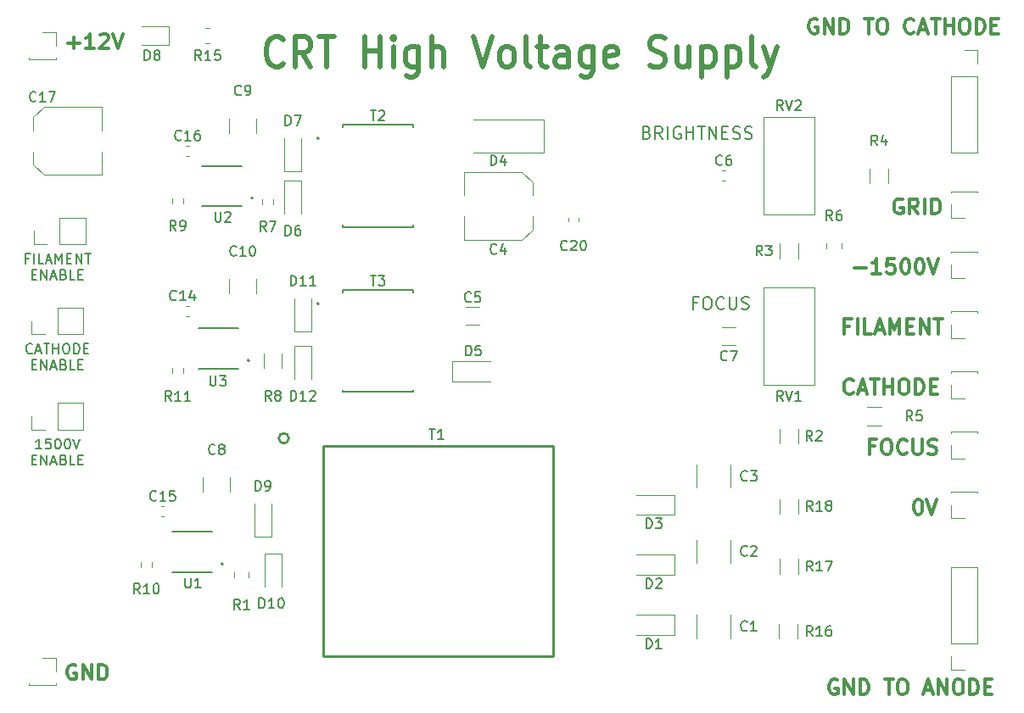
<source format=gbr>
%TF.GenerationSoftware,KiCad,Pcbnew,8.0.8*%
%TF.CreationDate,2025-02-22T00:18:49-08:00*%
%TF.ProjectId,CRT_main_supply,4352545f-6d61-4696-9e5f-737570706c79,rev?*%
%TF.SameCoordinates,Original*%
%TF.FileFunction,Legend,Top*%
%TF.FilePolarity,Positive*%
%FSLAX46Y46*%
G04 Gerber Fmt 4.6, Leading zero omitted, Abs format (unit mm)*
G04 Created by KiCad (PCBNEW 8.0.8) date 2025-02-22 00:18:49*
%MOMM*%
%LPD*%
G01*
G04 APERTURE LIST*
%ADD10C,0.200000*%
%ADD11C,0.300000*%
%ADD12C,0.500000*%
%ADD13C,0.150000*%
%ADD14C,0.120000*%
%ADD15C,0.127000*%
%ADD16C,0.250000*%
G04 APERTURE END LIST*
D10*
X90428571Y-95257275D02*
X89857143Y-95257275D01*
X90142857Y-95257275D02*
X90142857Y-94257275D01*
X90142857Y-94257275D02*
X90047619Y-94400132D01*
X90047619Y-94400132D02*
X89952381Y-94495370D01*
X89952381Y-94495370D02*
X89857143Y-94542989D01*
X91333333Y-94257275D02*
X90857143Y-94257275D01*
X90857143Y-94257275D02*
X90809524Y-94733465D01*
X90809524Y-94733465D02*
X90857143Y-94685846D01*
X90857143Y-94685846D02*
X90952381Y-94638227D01*
X90952381Y-94638227D02*
X91190476Y-94638227D01*
X91190476Y-94638227D02*
X91285714Y-94685846D01*
X91285714Y-94685846D02*
X91333333Y-94733465D01*
X91333333Y-94733465D02*
X91380952Y-94828703D01*
X91380952Y-94828703D02*
X91380952Y-95066798D01*
X91380952Y-95066798D02*
X91333333Y-95162036D01*
X91333333Y-95162036D02*
X91285714Y-95209656D01*
X91285714Y-95209656D02*
X91190476Y-95257275D01*
X91190476Y-95257275D02*
X90952381Y-95257275D01*
X90952381Y-95257275D02*
X90857143Y-95209656D01*
X90857143Y-95209656D02*
X90809524Y-95162036D01*
X92000000Y-94257275D02*
X92095238Y-94257275D01*
X92095238Y-94257275D02*
X92190476Y-94304894D01*
X92190476Y-94304894D02*
X92238095Y-94352513D01*
X92238095Y-94352513D02*
X92285714Y-94447751D01*
X92285714Y-94447751D02*
X92333333Y-94638227D01*
X92333333Y-94638227D02*
X92333333Y-94876322D01*
X92333333Y-94876322D02*
X92285714Y-95066798D01*
X92285714Y-95066798D02*
X92238095Y-95162036D01*
X92238095Y-95162036D02*
X92190476Y-95209656D01*
X92190476Y-95209656D02*
X92095238Y-95257275D01*
X92095238Y-95257275D02*
X92000000Y-95257275D01*
X92000000Y-95257275D02*
X91904762Y-95209656D01*
X91904762Y-95209656D02*
X91857143Y-95162036D01*
X91857143Y-95162036D02*
X91809524Y-95066798D01*
X91809524Y-95066798D02*
X91761905Y-94876322D01*
X91761905Y-94876322D02*
X91761905Y-94638227D01*
X91761905Y-94638227D02*
X91809524Y-94447751D01*
X91809524Y-94447751D02*
X91857143Y-94352513D01*
X91857143Y-94352513D02*
X91904762Y-94304894D01*
X91904762Y-94304894D02*
X92000000Y-94257275D01*
X92952381Y-94257275D02*
X93047619Y-94257275D01*
X93047619Y-94257275D02*
X93142857Y-94304894D01*
X93142857Y-94304894D02*
X93190476Y-94352513D01*
X93190476Y-94352513D02*
X93238095Y-94447751D01*
X93238095Y-94447751D02*
X93285714Y-94638227D01*
X93285714Y-94638227D02*
X93285714Y-94876322D01*
X93285714Y-94876322D02*
X93238095Y-95066798D01*
X93238095Y-95066798D02*
X93190476Y-95162036D01*
X93190476Y-95162036D02*
X93142857Y-95209656D01*
X93142857Y-95209656D02*
X93047619Y-95257275D01*
X93047619Y-95257275D02*
X92952381Y-95257275D01*
X92952381Y-95257275D02*
X92857143Y-95209656D01*
X92857143Y-95209656D02*
X92809524Y-95162036D01*
X92809524Y-95162036D02*
X92761905Y-95066798D01*
X92761905Y-95066798D02*
X92714286Y-94876322D01*
X92714286Y-94876322D02*
X92714286Y-94638227D01*
X92714286Y-94638227D02*
X92761905Y-94447751D01*
X92761905Y-94447751D02*
X92809524Y-94352513D01*
X92809524Y-94352513D02*
X92857143Y-94304894D01*
X92857143Y-94304894D02*
X92952381Y-94257275D01*
X93571429Y-94257275D02*
X93904762Y-95257275D01*
X93904762Y-95257275D02*
X94238095Y-94257275D01*
X89476190Y-96343409D02*
X89809523Y-96343409D01*
X89952380Y-96867219D02*
X89476190Y-96867219D01*
X89476190Y-96867219D02*
X89476190Y-95867219D01*
X89476190Y-95867219D02*
X89952380Y-95867219D01*
X90380952Y-96867219D02*
X90380952Y-95867219D01*
X90380952Y-95867219D02*
X90952380Y-96867219D01*
X90952380Y-96867219D02*
X90952380Y-95867219D01*
X91380952Y-96581504D02*
X91857142Y-96581504D01*
X91285714Y-96867219D02*
X91619047Y-95867219D01*
X91619047Y-95867219D02*
X91952380Y-96867219D01*
X92619047Y-96343409D02*
X92761904Y-96391028D01*
X92761904Y-96391028D02*
X92809523Y-96438647D01*
X92809523Y-96438647D02*
X92857142Y-96533885D01*
X92857142Y-96533885D02*
X92857142Y-96676742D01*
X92857142Y-96676742D02*
X92809523Y-96771980D01*
X92809523Y-96771980D02*
X92761904Y-96819600D01*
X92761904Y-96819600D02*
X92666666Y-96867219D01*
X92666666Y-96867219D02*
X92285714Y-96867219D01*
X92285714Y-96867219D02*
X92285714Y-95867219D01*
X92285714Y-95867219D02*
X92619047Y-95867219D01*
X92619047Y-95867219D02*
X92714285Y-95914838D01*
X92714285Y-95914838D02*
X92761904Y-95962457D01*
X92761904Y-95962457D02*
X92809523Y-96057695D01*
X92809523Y-96057695D02*
X92809523Y-96152933D01*
X92809523Y-96152933D02*
X92761904Y-96248171D01*
X92761904Y-96248171D02*
X92714285Y-96295790D01*
X92714285Y-96295790D02*
X92619047Y-96343409D01*
X92619047Y-96343409D02*
X92285714Y-96343409D01*
X93761904Y-96867219D02*
X93285714Y-96867219D01*
X93285714Y-96867219D02*
X93285714Y-95867219D01*
X94095238Y-96343409D02*
X94428571Y-96343409D01*
X94571428Y-96867219D02*
X94095238Y-96867219D01*
X94095238Y-96867219D02*
X94095238Y-95867219D01*
X94095238Y-95867219D02*
X94571428Y-95867219D01*
D11*
X171411653Y-89657971D02*
X171340225Y-89729400D01*
X171340225Y-89729400D02*
X171125939Y-89800828D01*
X171125939Y-89800828D02*
X170983082Y-89800828D01*
X170983082Y-89800828D02*
X170768796Y-89729400D01*
X170768796Y-89729400D02*
X170625939Y-89586542D01*
X170625939Y-89586542D02*
X170554510Y-89443685D01*
X170554510Y-89443685D02*
X170483082Y-89157971D01*
X170483082Y-89157971D02*
X170483082Y-88943685D01*
X170483082Y-88943685D02*
X170554510Y-88657971D01*
X170554510Y-88657971D02*
X170625939Y-88515114D01*
X170625939Y-88515114D02*
X170768796Y-88372257D01*
X170768796Y-88372257D02*
X170983082Y-88300828D01*
X170983082Y-88300828D02*
X171125939Y-88300828D01*
X171125939Y-88300828D02*
X171340225Y-88372257D01*
X171340225Y-88372257D02*
X171411653Y-88443685D01*
X171983082Y-89372257D02*
X172697368Y-89372257D01*
X171840225Y-89800828D02*
X172340225Y-88300828D01*
X172340225Y-88300828D02*
X172840225Y-89800828D01*
X173125939Y-88300828D02*
X173983082Y-88300828D01*
X173554510Y-89800828D02*
X173554510Y-88300828D01*
X174483081Y-89800828D02*
X174483081Y-88300828D01*
X174483081Y-89015114D02*
X175340224Y-89015114D01*
X175340224Y-89800828D02*
X175340224Y-88300828D01*
X176340225Y-88300828D02*
X176625939Y-88300828D01*
X176625939Y-88300828D02*
X176768796Y-88372257D01*
X176768796Y-88372257D02*
X176911653Y-88515114D01*
X176911653Y-88515114D02*
X176983082Y-88800828D01*
X176983082Y-88800828D02*
X176983082Y-89300828D01*
X176983082Y-89300828D02*
X176911653Y-89586542D01*
X176911653Y-89586542D02*
X176768796Y-89729400D01*
X176768796Y-89729400D02*
X176625939Y-89800828D01*
X176625939Y-89800828D02*
X176340225Y-89800828D01*
X176340225Y-89800828D02*
X176197368Y-89729400D01*
X176197368Y-89729400D02*
X176054510Y-89586542D01*
X176054510Y-89586542D02*
X175983082Y-89300828D01*
X175983082Y-89300828D02*
X175983082Y-88800828D01*
X175983082Y-88800828D02*
X176054510Y-88515114D01*
X176054510Y-88515114D02*
X176197368Y-88372257D01*
X176197368Y-88372257D02*
X176340225Y-88300828D01*
X177625939Y-89800828D02*
X177625939Y-88300828D01*
X177625939Y-88300828D02*
X177983082Y-88300828D01*
X177983082Y-88300828D02*
X178197368Y-88372257D01*
X178197368Y-88372257D02*
X178340225Y-88515114D01*
X178340225Y-88515114D02*
X178411654Y-88657971D01*
X178411654Y-88657971D02*
X178483082Y-88943685D01*
X178483082Y-88943685D02*
X178483082Y-89157971D01*
X178483082Y-89157971D02*
X178411654Y-89443685D01*
X178411654Y-89443685D02*
X178340225Y-89586542D01*
X178340225Y-89586542D02*
X178197368Y-89729400D01*
X178197368Y-89729400D02*
X177983082Y-89800828D01*
X177983082Y-89800828D02*
X177625939Y-89800828D01*
X179125939Y-89015114D02*
X179625939Y-89015114D01*
X179840225Y-89800828D02*
X179125939Y-89800828D01*
X179125939Y-89800828D02*
X179125939Y-88300828D01*
X179125939Y-88300828D02*
X179840225Y-88300828D01*
X171554510Y-77229400D02*
X172697368Y-77229400D01*
X174197368Y-77800828D02*
X173340225Y-77800828D01*
X173768796Y-77800828D02*
X173768796Y-76300828D01*
X173768796Y-76300828D02*
X173625939Y-76515114D01*
X173625939Y-76515114D02*
X173483082Y-76657971D01*
X173483082Y-76657971D02*
X173340225Y-76729400D01*
X175554510Y-76300828D02*
X174840224Y-76300828D01*
X174840224Y-76300828D02*
X174768796Y-77015114D01*
X174768796Y-77015114D02*
X174840224Y-76943685D01*
X174840224Y-76943685D02*
X174983082Y-76872257D01*
X174983082Y-76872257D02*
X175340224Y-76872257D01*
X175340224Y-76872257D02*
X175483082Y-76943685D01*
X175483082Y-76943685D02*
X175554510Y-77015114D01*
X175554510Y-77015114D02*
X175625939Y-77157971D01*
X175625939Y-77157971D02*
X175625939Y-77515114D01*
X175625939Y-77515114D02*
X175554510Y-77657971D01*
X175554510Y-77657971D02*
X175483082Y-77729400D01*
X175483082Y-77729400D02*
X175340224Y-77800828D01*
X175340224Y-77800828D02*
X174983082Y-77800828D01*
X174983082Y-77800828D02*
X174840224Y-77729400D01*
X174840224Y-77729400D02*
X174768796Y-77657971D01*
X176554510Y-76300828D02*
X176697367Y-76300828D01*
X176697367Y-76300828D02*
X176840224Y-76372257D01*
X176840224Y-76372257D02*
X176911653Y-76443685D01*
X176911653Y-76443685D02*
X176983081Y-76586542D01*
X176983081Y-76586542D02*
X177054510Y-76872257D01*
X177054510Y-76872257D02*
X177054510Y-77229400D01*
X177054510Y-77229400D02*
X176983081Y-77515114D01*
X176983081Y-77515114D02*
X176911653Y-77657971D01*
X176911653Y-77657971D02*
X176840224Y-77729400D01*
X176840224Y-77729400D02*
X176697367Y-77800828D01*
X176697367Y-77800828D02*
X176554510Y-77800828D01*
X176554510Y-77800828D02*
X176411653Y-77729400D01*
X176411653Y-77729400D02*
X176340224Y-77657971D01*
X176340224Y-77657971D02*
X176268795Y-77515114D01*
X176268795Y-77515114D02*
X176197367Y-77229400D01*
X176197367Y-77229400D02*
X176197367Y-76872257D01*
X176197367Y-76872257D02*
X176268795Y-76586542D01*
X176268795Y-76586542D02*
X176340224Y-76443685D01*
X176340224Y-76443685D02*
X176411653Y-76372257D01*
X176411653Y-76372257D02*
X176554510Y-76300828D01*
X177983081Y-76300828D02*
X178125938Y-76300828D01*
X178125938Y-76300828D02*
X178268795Y-76372257D01*
X178268795Y-76372257D02*
X178340224Y-76443685D01*
X178340224Y-76443685D02*
X178411652Y-76586542D01*
X178411652Y-76586542D02*
X178483081Y-76872257D01*
X178483081Y-76872257D02*
X178483081Y-77229400D01*
X178483081Y-77229400D02*
X178411652Y-77515114D01*
X178411652Y-77515114D02*
X178340224Y-77657971D01*
X178340224Y-77657971D02*
X178268795Y-77729400D01*
X178268795Y-77729400D02*
X178125938Y-77800828D01*
X178125938Y-77800828D02*
X177983081Y-77800828D01*
X177983081Y-77800828D02*
X177840224Y-77729400D01*
X177840224Y-77729400D02*
X177768795Y-77657971D01*
X177768795Y-77657971D02*
X177697366Y-77515114D01*
X177697366Y-77515114D02*
X177625938Y-77229400D01*
X177625938Y-77229400D02*
X177625938Y-76872257D01*
X177625938Y-76872257D02*
X177697366Y-76586542D01*
X177697366Y-76586542D02*
X177768795Y-76443685D01*
X177768795Y-76443685D02*
X177840224Y-76372257D01*
X177840224Y-76372257D02*
X177983081Y-76300828D01*
X178911652Y-76300828D02*
X179411652Y-77800828D01*
X179411652Y-77800828D02*
X179911652Y-76300828D01*
D10*
X155845863Y-80681861D02*
X155429197Y-80681861D01*
X155429197Y-81336623D02*
X155429197Y-80086623D01*
X155429197Y-80086623D02*
X156024435Y-80086623D01*
X156738721Y-80086623D02*
X156976816Y-80086623D01*
X156976816Y-80086623D02*
X157095864Y-80146147D01*
X157095864Y-80146147D02*
X157214911Y-80265195D01*
X157214911Y-80265195D02*
X157274435Y-80503290D01*
X157274435Y-80503290D02*
X157274435Y-80919957D01*
X157274435Y-80919957D02*
X157214911Y-81158052D01*
X157214911Y-81158052D02*
X157095864Y-81277100D01*
X157095864Y-81277100D02*
X156976816Y-81336623D01*
X156976816Y-81336623D02*
X156738721Y-81336623D01*
X156738721Y-81336623D02*
X156619673Y-81277100D01*
X156619673Y-81277100D02*
X156500626Y-81158052D01*
X156500626Y-81158052D02*
X156441102Y-80919957D01*
X156441102Y-80919957D02*
X156441102Y-80503290D01*
X156441102Y-80503290D02*
X156500626Y-80265195D01*
X156500626Y-80265195D02*
X156619673Y-80146147D01*
X156619673Y-80146147D02*
X156738721Y-80086623D01*
X158524435Y-81217576D02*
X158464911Y-81277100D01*
X158464911Y-81277100D02*
X158286340Y-81336623D01*
X158286340Y-81336623D02*
X158167292Y-81336623D01*
X158167292Y-81336623D02*
X157988721Y-81277100D01*
X157988721Y-81277100D02*
X157869673Y-81158052D01*
X157869673Y-81158052D02*
X157810150Y-81039004D01*
X157810150Y-81039004D02*
X157750626Y-80800909D01*
X157750626Y-80800909D02*
X157750626Y-80622338D01*
X157750626Y-80622338D02*
X157810150Y-80384242D01*
X157810150Y-80384242D02*
X157869673Y-80265195D01*
X157869673Y-80265195D02*
X157988721Y-80146147D01*
X157988721Y-80146147D02*
X158167292Y-80086623D01*
X158167292Y-80086623D02*
X158286340Y-80086623D01*
X158286340Y-80086623D02*
X158464911Y-80146147D01*
X158464911Y-80146147D02*
X158524435Y-80205671D01*
X159060150Y-80086623D02*
X159060150Y-81098528D01*
X159060150Y-81098528D02*
X159119673Y-81217576D01*
X159119673Y-81217576D02*
X159179197Y-81277100D01*
X159179197Y-81277100D02*
X159298245Y-81336623D01*
X159298245Y-81336623D02*
X159536340Y-81336623D01*
X159536340Y-81336623D02*
X159655388Y-81277100D01*
X159655388Y-81277100D02*
X159714911Y-81217576D01*
X159714911Y-81217576D02*
X159774435Y-81098528D01*
X159774435Y-81098528D02*
X159774435Y-80086623D01*
X160310150Y-81277100D02*
X160488721Y-81336623D01*
X160488721Y-81336623D02*
X160786340Y-81336623D01*
X160786340Y-81336623D02*
X160905388Y-81277100D01*
X160905388Y-81277100D02*
X160964912Y-81217576D01*
X160964912Y-81217576D02*
X161024435Y-81098528D01*
X161024435Y-81098528D02*
X161024435Y-80979480D01*
X161024435Y-80979480D02*
X160964912Y-80860433D01*
X160964912Y-80860433D02*
X160905388Y-80800909D01*
X160905388Y-80800909D02*
X160786340Y-80741385D01*
X160786340Y-80741385D02*
X160548245Y-80681861D01*
X160548245Y-80681861D02*
X160429197Y-80622338D01*
X160429197Y-80622338D02*
X160369674Y-80562814D01*
X160369674Y-80562814D02*
X160310150Y-80443766D01*
X160310150Y-80443766D02*
X160310150Y-80324719D01*
X160310150Y-80324719D02*
X160369674Y-80205671D01*
X160369674Y-80205671D02*
X160429197Y-80146147D01*
X160429197Y-80146147D02*
X160548245Y-80086623D01*
X160548245Y-80086623D02*
X160845864Y-80086623D01*
X160845864Y-80086623D02*
X161024435Y-80146147D01*
X89499999Y-85662036D02*
X89452380Y-85709656D01*
X89452380Y-85709656D02*
X89309523Y-85757275D01*
X89309523Y-85757275D02*
X89214285Y-85757275D01*
X89214285Y-85757275D02*
X89071428Y-85709656D01*
X89071428Y-85709656D02*
X88976190Y-85614417D01*
X88976190Y-85614417D02*
X88928571Y-85519179D01*
X88928571Y-85519179D02*
X88880952Y-85328703D01*
X88880952Y-85328703D02*
X88880952Y-85185846D01*
X88880952Y-85185846D02*
X88928571Y-84995370D01*
X88928571Y-84995370D02*
X88976190Y-84900132D01*
X88976190Y-84900132D02*
X89071428Y-84804894D01*
X89071428Y-84804894D02*
X89214285Y-84757275D01*
X89214285Y-84757275D02*
X89309523Y-84757275D01*
X89309523Y-84757275D02*
X89452380Y-84804894D01*
X89452380Y-84804894D02*
X89499999Y-84852513D01*
X89880952Y-85471560D02*
X90357142Y-85471560D01*
X89785714Y-85757275D02*
X90119047Y-84757275D01*
X90119047Y-84757275D02*
X90452380Y-85757275D01*
X90642857Y-84757275D02*
X91214285Y-84757275D01*
X90928571Y-85757275D02*
X90928571Y-84757275D01*
X91547619Y-85757275D02*
X91547619Y-84757275D01*
X91547619Y-85233465D02*
X92119047Y-85233465D01*
X92119047Y-85757275D02*
X92119047Y-84757275D01*
X92785714Y-84757275D02*
X92976190Y-84757275D01*
X92976190Y-84757275D02*
X93071428Y-84804894D01*
X93071428Y-84804894D02*
X93166666Y-84900132D01*
X93166666Y-84900132D02*
X93214285Y-85090608D01*
X93214285Y-85090608D02*
X93214285Y-85423941D01*
X93214285Y-85423941D02*
X93166666Y-85614417D01*
X93166666Y-85614417D02*
X93071428Y-85709656D01*
X93071428Y-85709656D02*
X92976190Y-85757275D01*
X92976190Y-85757275D02*
X92785714Y-85757275D01*
X92785714Y-85757275D02*
X92690476Y-85709656D01*
X92690476Y-85709656D02*
X92595238Y-85614417D01*
X92595238Y-85614417D02*
X92547619Y-85423941D01*
X92547619Y-85423941D02*
X92547619Y-85090608D01*
X92547619Y-85090608D02*
X92595238Y-84900132D01*
X92595238Y-84900132D02*
X92690476Y-84804894D01*
X92690476Y-84804894D02*
X92785714Y-84757275D01*
X93642857Y-85757275D02*
X93642857Y-84757275D01*
X93642857Y-84757275D02*
X93880952Y-84757275D01*
X93880952Y-84757275D02*
X94023809Y-84804894D01*
X94023809Y-84804894D02*
X94119047Y-84900132D01*
X94119047Y-84900132D02*
X94166666Y-84995370D01*
X94166666Y-84995370D02*
X94214285Y-85185846D01*
X94214285Y-85185846D02*
X94214285Y-85328703D01*
X94214285Y-85328703D02*
X94166666Y-85519179D01*
X94166666Y-85519179D02*
X94119047Y-85614417D01*
X94119047Y-85614417D02*
X94023809Y-85709656D01*
X94023809Y-85709656D02*
X93880952Y-85757275D01*
X93880952Y-85757275D02*
X93642857Y-85757275D01*
X94642857Y-85233465D02*
X94976190Y-85233465D01*
X95119047Y-85757275D02*
X94642857Y-85757275D01*
X94642857Y-85757275D02*
X94642857Y-84757275D01*
X94642857Y-84757275D02*
X95119047Y-84757275D01*
X89476190Y-86843409D02*
X89809523Y-86843409D01*
X89952380Y-87367219D02*
X89476190Y-87367219D01*
X89476190Y-87367219D02*
X89476190Y-86367219D01*
X89476190Y-86367219D02*
X89952380Y-86367219D01*
X90380952Y-87367219D02*
X90380952Y-86367219D01*
X90380952Y-86367219D02*
X90952380Y-87367219D01*
X90952380Y-87367219D02*
X90952380Y-86367219D01*
X91380952Y-87081504D02*
X91857142Y-87081504D01*
X91285714Y-87367219D02*
X91619047Y-86367219D01*
X91619047Y-86367219D02*
X91952380Y-87367219D01*
X92619047Y-86843409D02*
X92761904Y-86891028D01*
X92761904Y-86891028D02*
X92809523Y-86938647D01*
X92809523Y-86938647D02*
X92857142Y-87033885D01*
X92857142Y-87033885D02*
X92857142Y-87176742D01*
X92857142Y-87176742D02*
X92809523Y-87271980D01*
X92809523Y-87271980D02*
X92761904Y-87319600D01*
X92761904Y-87319600D02*
X92666666Y-87367219D01*
X92666666Y-87367219D02*
X92285714Y-87367219D01*
X92285714Y-87367219D02*
X92285714Y-86367219D01*
X92285714Y-86367219D02*
X92619047Y-86367219D01*
X92619047Y-86367219D02*
X92714285Y-86414838D01*
X92714285Y-86414838D02*
X92761904Y-86462457D01*
X92761904Y-86462457D02*
X92809523Y-86557695D01*
X92809523Y-86557695D02*
X92809523Y-86652933D01*
X92809523Y-86652933D02*
X92761904Y-86748171D01*
X92761904Y-86748171D02*
X92714285Y-86795790D01*
X92714285Y-86795790D02*
X92619047Y-86843409D01*
X92619047Y-86843409D02*
X92285714Y-86843409D01*
X93761904Y-87367219D02*
X93285714Y-87367219D01*
X93285714Y-87367219D02*
X93285714Y-86367219D01*
X94095238Y-86843409D02*
X94428571Y-86843409D01*
X94571428Y-87367219D02*
X94095238Y-87367219D01*
X94095238Y-87367219D02*
X94095238Y-86367219D01*
X94095238Y-86367219D02*
X94571428Y-86367219D01*
D11*
X176340225Y-70372257D02*
X176197368Y-70300828D01*
X176197368Y-70300828D02*
X175983082Y-70300828D01*
X175983082Y-70300828D02*
X175768796Y-70372257D01*
X175768796Y-70372257D02*
X175625939Y-70515114D01*
X175625939Y-70515114D02*
X175554510Y-70657971D01*
X175554510Y-70657971D02*
X175483082Y-70943685D01*
X175483082Y-70943685D02*
X175483082Y-71157971D01*
X175483082Y-71157971D02*
X175554510Y-71443685D01*
X175554510Y-71443685D02*
X175625939Y-71586542D01*
X175625939Y-71586542D02*
X175768796Y-71729400D01*
X175768796Y-71729400D02*
X175983082Y-71800828D01*
X175983082Y-71800828D02*
X176125939Y-71800828D01*
X176125939Y-71800828D02*
X176340225Y-71729400D01*
X176340225Y-71729400D02*
X176411653Y-71657971D01*
X176411653Y-71657971D02*
X176411653Y-71157971D01*
X176411653Y-71157971D02*
X176125939Y-71157971D01*
X177911653Y-71800828D02*
X177411653Y-71086542D01*
X177054510Y-71800828D02*
X177054510Y-70300828D01*
X177054510Y-70300828D02*
X177625939Y-70300828D01*
X177625939Y-70300828D02*
X177768796Y-70372257D01*
X177768796Y-70372257D02*
X177840225Y-70443685D01*
X177840225Y-70443685D02*
X177911653Y-70586542D01*
X177911653Y-70586542D02*
X177911653Y-70800828D01*
X177911653Y-70800828D02*
X177840225Y-70943685D01*
X177840225Y-70943685D02*
X177768796Y-71015114D01*
X177768796Y-71015114D02*
X177625939Y-71086542D01*
X177625939Y-71086542D02*
X177054510Y-71086542D01*
X178554510Y-71800828D02*
X178554510Y-70300828D01*
X179268796Y-71800828D02*
X179268796Y-70300828D01*
X179268796Y-70300828D02*
X179625939Y-70300828D01*
X179625939Y-70300828D02*
X179840225Y-70372257D01*
X179840225Y-70372257D02*
X179983082Y-70515114D01*
X179983082Y-70515114D02*
X180054511Y-70657971D01*
X180054511Y-70657971D02*
X180125939Y-70943685D01*
X180125939Y-70943685D02*
X180125939Y-71157971D01*
X180125939Y-71157971D02*
X180054511Y-71443685D01*
X180054511Y-71443685D02*
X179983082Y-71586542D01*
X179983082Y-71586542D02*
X179840225Y-71729400D01*
X179840225Y-71729400D02*
X179625939Y-71800828D01*
X179625939Y-71800828D02*
X179268796Y-71800828D01*
X169840225Y-118372257D02*
X169697368Y-118300828D01*
X169697368Y-118300828D02*
X169483082Y-118300828D01*
X169483082Y-118300828D02*
X169268796Y-118372257D01*
X169268796Y-118372257D02*
X169125939Y-118515114D01*
X169125939Y-118515114D02*
X169054510Y-118657971D01*
X169054510Y-118657971D02*
X168983082Y-118943685D01*
X168983082Y-118943685D02*
X168983082Y-119157971D01*
X168983082Y-119157971D02*
X169054510Y-119443685D01*
X169054510Y-119443685D02*
X169125939Y-119586542D01*
X169125939Y-119586542D02*
X169268796Y-119729400D01*
X169268796Y-119729400D02*
X169483082Y-119800828D01*
X169483082Y-119800828D02*
X169625939Y-119800828D01*
X169625939Y-119800828D02*
X169840225Y-119729400D01*
X169840225Y-119729400D02*
X169911653Y-119657971D01*
X169911653Y-119657971D02*
X169911653Y-119157971D01*
X169911653Y-119157971D02*
X169625939Y-119157971D01*
X170554510Y-119800828D02*
X170554510Y-118300828D01*
X170554510Y-118300828D02*
X171411653Y-119800828D01*
X171411653Y-119800828D02*
X171411653Y-118300828D01*
X172125939Y-119800828D02*
X172125939Y-118300828D01*
X172125939Y-118300828D02*
X172483082Y-118300828D01*
X172483082Y-118300828D02*
X172697368Y-118372257D01*
X172697368Y-118372257D02*
X172840225Y-118515114D01*
X172840225Y-118515114D02*
X172911654Y-118657971D01*
X172911654Y-118657971D02*
X172983082Y-118943685D01*
X172983082Y-118943685D02*
X172983082Y-119157971D01*
X172983082Y-119157971D02*
X172911654Y-119443685D01*
X172911654Y-119443685D02*
X172840225Y-119586542D01*
X172840225Y-119586542D02*
X172697368Y-119729400D01*
X172697368Y-119729400D02*
X172483082Y-119800828D01*
X172483082Y-119800828D02*
X172125939Y-119800828D01*
X174554511Y-118300828D02*
X175411654Y-118300828D01*
X174983082Y-119800828D02*
X174983082Y-118300828D01*
X176197368Y-118300828D02*
X176483082Y-118300828D01*
X176483082Y-118300828D02*
X176625939Y-118372257D01*
X176625939Y-118372257D02*
X176768796Y-118515114D01*
X176768796Y-118515114D02*
X176840225Y-118800828D01*
X176840225Y-118800828D02*
X176840225Y-119300828D01*
X176840225Y-119300828D02*
X176768796Y-119586542D01*
X176768796Y-119586542D02*
X176625939Y-119729400D01*
X176625939Y-119729400D02*
X176483082Y-119800828D01*
X176483082Y-119800828D02*
X176197368Y-119800828D01*
X176197368Y-119800828D02*
X176054511Y-119729400D01*
X176054511Y-119729400D02*
X175911653Y-119586542D01*
X175911653Y-119586542D02*
X175840225Y-119300828D01*
X175840225Y-119300828D02*
X175840225Y-118800828D01*
X175840225Y-118800828D02*
X175911653Y-118515114D01*
X175911653Y-118515114D02*
X176054511Y-118372257D01*
X176054511Y-118372257D02*
X176197368Y-118300828D01*
X178554511Y-119372257D02*
X179268797Y-119372257D01*
X178411654Y-119800828D02*
X178911654Y-118300828D01*
X178911654Y-118300828D02*
X179411654Y-119800828D01*
X179911653Y-119800828D02*
X179911653Y-118300828D01*
X179911653Y-118300828D02*
X180768796Y-119800828D01*
X180768796Y-119800828D02*
X180768796Y-118300828D01*
X181768797Y-118300828D02*
X182054511Y-118300828D01*
X182054511Y-118300828D02*
X182197368Y-118372257D01*
X182197368Y-118372257D02*
X182340225Y-118515114D01*
X182340225Y-118515114D02*
X182411654Y-118800828D01*
X182411654Y-118800828D02*
X182411654Y-119300828D01*
X182411654Y-119300828D02*
X182340225Y-119586542D01*
X182340225Y-119586542D02*
X182197368Y-119729400D01*
X182197368Y-119729400D02*
X182054511Y-119800828D01*
X182054511Y-119800828D02*
X181768797Y-119800828D01*
X181768797Y-119800828D02*
X181625940Y-119729400D01*
X181625940Y-119729400D02*
X181483082Y-119586542D01*
X181483082Y-119586542D02*
X181411654Y-119300828D01*
X181411654Y-119300828D02*
X181411654Y-118800828D01*
X181411654Y-118800828D02*
X181483082Y-118515114D01*
X181483082Y-118515114D02*
X181625940Y-118372257D01*
X181625940Y-118372257D02*
X181768797Y-118300828D01*
X183054511Y-119800828D02*
X183054511Y-118300828D01*
X183054511Y-118300828D02*
X183411654Y-118300828D01*
X183411654Y-118300828D02*
X183625940Y-118372257D01*
X183625940Y-118372257D02*
X183768797Y-118515114D01*
X183768797Y-118515114D02*
X183840226Y-118657971D01*
X183840226Y-118657971D02*
X183911654Y-118943685D01*
X183911654Y-118943685D02*
X183911654Y-119157971D01*
X183911654Y-119157971D02*
X183840226Y-119443685D01*
X183840226Y-119443685D02*
X183768797Y-119586542D01*
X183768797Y-119586542D02*
X183625940Y-119729400D01*
X183625940Y-119729400D02*
X183411654Y-119800828D01*
X183411654Y-119800828D02*
X183054511Y-119800828D01*
X184554511Y-119015114D02*
X185054511Y-119015114D01*
X185268797Y-119800828D02*
X184554511Y-119800828D01*
X184554511Y-119800828D02*
X184554511Y-118300828D01*
X184554511Y-118300828D02*
X185268797Y-118300828D01*
D12*
X114555137Y-56821142D02*
X114424185Y-56964000D01*
X114424185Y-56964000D02*
X114031327Y-57106857D01*
X114031327Y-57106857D02*
X113769423Y-57106857D01*
X113769423Y-57106857D02*
X113376566Y-56964000D01*
X113376566Y-56964000D02*
X113114661Y-56678285D01*
X113114661Y-56678285D02*
X112983708Y-56392571D01*
X112983708Y-56392571D02*
X112852756Y-55821142D01*
X112852756Y-55821142D02*
X112852756Y-55392571D01*
X112852756Y-55392571D02*
X112983708Y-54821142D01*
X112983708Y-54821142D02*
X113114661Y-54535428D01*
X113114661Y-54535428D02*
X113376566Y-54249714D01*
X113376566Y-54249714D02*
X113769423Y-54106857D01*
X113769423Y-54106857D02*
X114031327Y-54106857D01*
X114031327Y-54106857D02*
X114424185Y-54249714D01*
X114424185Y-54249714D02*
X114555137Y-54392571D01*
X117305137Y-57106857D02*
X116388470Y-55678285D01*
X115733708Y-57106857D02*
X115733708Y-54106857D01*
X115733708Y-54106857D02*
X116781327Y-54106857D01*
X116781327Y-54106857D02*
X117043232Y-54249714D01*
X117043232Y-54249714D02*
X117174185Y-54392571D01*
X117174185Y-54392571D02*
X117305137Y-54678285D01*
X117305137Y-54678285D02*
X117305137Y-55106857D01*
X117305137Y-55106857D02*
X117174185Y-55392571D01*
X117174185Y-55392571D02*
X117043232Y-55535428D01*
X117043232Y-55535428D02*
X116781327Y-55678285D01*
X116781327Y-55678285D02*
X115733708Y-55678285D01*
X118090851Y-54106857D02*
X119662280Y-54106857D01*
X118876566Y-57106857D02*
X118876566Y-54106857D01*
X122674184Y-57106857D02*
X122674184Y-54106857D01*
X122674184Y-55535428D02*
X124245613Y-55535428D01*
X124245613Y-57106857D02*
X124245613Y-54106857D01*
X125555136Y-57106857D02*
X125555136Y-55106857D01*
X125555136Y-54106857D02*
X125424184Y-54249714D01*
X125424184Y-54249714D02*
X125555136Y-54392571D01*
X125555136Y-54392571D02*
X125686089Y-54249714D01*
X125686089Y-54249714D02*
X125555136Y-54106857D01*
X125555136Y-54106857D02*
X125555136Y-54392571D01*
X128043232Y-55106857D02*
X128043232Y-57535428D01*
X128043232Y-57535428D02*
X127912279Y-57821142D01*
X127912279Y-57821142D02*
X127781327Y-57964000D01*
X127781327Y-57964000D02*
X127519422Y-58106857D01*
X127519422Y-58106857D02*
X127126565Y-58106857D01*
X127126565Y-58106857D02*
X126864660Y-57964000D01*
X128043232Y-56964000D02*
X127781327Y-57106857D01*
X127781327Y-57106857D02*
X127257518Y-57106857D01*
X127257518Y-57106857D02*
X126995613Y-56964000D01*
X126995613Y-56964000D02*
X126864660Y-56821142D01*
X126864660Y-56821142D02*
X126733708Y-56535428D01*
X126733708Y-56535428D02*
X126733708Y-55678285D01*
X126733708Y-55678285D02*
X126864660Y-55392571D01*
X126864660Y-55392571D02*
X126995613Y-55249714D01*
X126995613Y-55249714D02*
X127257518Y-55106857D01*
X127257518Y-55106857D02*
X127781327Y-55106857D01*
X127781327Y-55106857D02*
X128043232Y-55249714D01*
X129352755Y-57106857D02*
X129352755Y-54106857D01*
X130531327Y-57106857D02*
X130531327Y-55535428D01*
X130531327Y-55535428D02*
X130400374Y-55249714D01*
X130400374Y-55249714D02*
X130138470Y-55106857D01*
X130138470Y-55106857D02*
X129745613Y-55106857D01*
X129745613Y-55106857D02*
X129483708Y-55249714D01*
X129483708Y-55249714D02*
X129352755Y-55392571D01*
X133543231Y-54106857D02*
X134459898Y-57106857D01*
X134459898Y-57106857D02*
X135376565Y-54106857D01*
X136686089Y-57106857D02*
X136424184Y-56964000D01*
X136424184Y-56964000D02*
X136293231Y-56821142D01*
X136293231Y-56821142D02*
X136162279Y-56535428D01*
X136162279Y-56535428D02*
X136162279Y-55678285D01*
X136162279Y-55678285D02*
X136293231Y-55392571D01*
X136293231Y-55392571D02*
X136424184Y-55249714D01*
X136424184Y-55249714D02*
X136686089Y-55106857D01*
X136686089Y-55106857D02*
X137078946Y-55106857D01*
X137078946Y-55106857D02*
X137340850Y-55249714D01*
X137340850Y-55249714D02*
X137471803Y-55392571D01*
X137471803Y-55392571D02*
X137602755Y-55678285D01*
X137602755Y-55678285D02*
X137602755Y-56535428D01*
X137602755Y-56535428D02*
X137471803Y-56821142D01*
X137471803Y-56821142D02*
X137340850Y-56964000D01*
X137340850Y-56964000D02*
X137078946Y-57106857D01*
X137078946Y-57106857D02*
X136686089Y-57106857D01*
X139174184Y-57106857D02*
X138912279Y-56964000D01*
X138912279Y-56964000D02*
X138781326Y-56678285D01*
X138781326Y-56678285D02*
X138781326Y-54106857D01*
X139828945Y-55106857D02*
X140876564Y-55106857D01*
X140221802Y-54106857D02*
X140221802Y-56678285D01*
X140221802Y-56678285D02*
X140352755Y-56964000D01*
X140352755Y-56964000D02*
X140614660Y-57106857D01*
X140614660Y-57106857D02*
X140876564Y-57106857D01*
X142971803Y-57106857D02*
X142971803Y-55535428D01*
X142971803Y-55535428D02*
X142840850Y-55249714D01*
X142840850Y-55249714D02*
X142578946Y-55106857D01*
X142578946Y-55106857D02*
X142055136Y-55106857D01*
X142055136Y-55106857D02*
X141793231Y-55249714D01*
X142971803Y-56964000D02*
X142709898Y-57106857D01*
X142709898Y-57106857D02*
X142055136Y-57106857D01*
X142055136Y-57106857D02*
X141793231Y-56964000D01*
X141793231Y-56964000D02*
X141662279Y-56678285D01*
X141662279Y-56678285D02*
X141662279Y-56392571D01*
X141662279Y-56392571D02*
X141793231Y-56106857D01*
X141793231Y-56106857D02*
X142055136Y-55964000D01*
X142055136Y-55964000D02*
X142709898Y-55964000D01*
X142709898Y-55964000D02*
X142971803Y-55821142D01*
X145459898Y-55106857D02*
X145459898Y-57535428D01*
X145459898Y-57535428D02*
X145328945Y-57821142D01*
X145328945Y-57821142D02*
X145197993Y-57964000D01*
X145197993Y-57964000D02*
X144936088Y-58106857D01*
X144936088Y-58106857D02*
X144543231Y-58106857D01*
X144543231Y-58106857D02*
X144281326Y-57964000D01*
X145459898Y-56964000D02*
X145197993Y-57106857D01*
X145197993Y-57106857D02*
X144674184Y-57106857D01*
X144674184Y-57106857D02*
X144412279Y-56964000D01*
X144412279Y-56964000D02*
X144281326Y-56821142D01*
X144281326Y-56821142D02*
X144150374Y-56535428D01*
X144150374Y-56535428D02*
X144150374Y-55678285D01*
X144150374Y-55678285D02*
X144281326Y-55392571D01*
X144281326Y-55392571D02*
X144412279Y-55249714D01*
X144412279Y-55249714D02*
X144674184Y-55106857D01*
X144674184Y-55106857D02*
X145197993Y-55106857D01*
X145197993Y-55106857D02*
X145459898Y-55249714D01*
X147817040Y-56964000D02*
X147555136Y-57106857D01*
X147555136Y-57106857D02*
X147031326Y-57106857D01*
X147031326Y-57106857D02*
X146769421Y-56964000D01*
X146769421Y-56964000D02*
X146638469Y-56678285D01*
X146638469Y-56678285D02*
X146638469Y-55535428D01*
X146638469Y-55535428D02*
X146769421Y-55249714D01*
X146769421Y-55249714D02*
X147031326Y-55106857D01*
X147031326Y-55106857D02*
X147555136Y-55106857D01*
X147555136Y-55106857D02*
X147817040Y-55249714D01*
X147817040Y-55249714D02*
X147947993Y-55535428D01*
X147947993Y-55535428D02*
X147947993Y-55821142D01*
X147947993Y-55821142D02*
X146638469Y-56106857D01*
X151090850Y-56964000D02*
X151483707Y-57106857D01*
X151483707Y-57106857D02*
X152138469Y-57106857D01*
X152138469Y-57106857D02*
X152400374Y-56964000D01*
X152400374Y-56964000D02*
X152531326Y-56821142D01*
X152531326Y-56821142D02*
X152662279Y-56535428D01*
X152662279Y-56535428D02*
X152662279Y-56249714D01*
X152662279Y-56249714D02*
X152531326Y-55964000D01*
X152531326Y-55964000D02*
X152400374Y-55821142D01*
X152400374Y-55821142D02*
X152138469Y-55678285D01*
X152138469Y-55678285D02*
X151614660Y-55535428D01*
X151614660Y-55535428D02*
X151352755Y-55392571D01*
X151352755Y-55392571D02*
X151221802Y-55249714D01*
X151221802Y-55249714D02*
X151090850Y-54964000D01*
X151090850Y-54964000D02*
X151090850Y-54678285D01*
X151090850Y-54678285D02*
X151221802Y-54392571D01*
X151221802Y-54392571D02*
X151352755Y-54249714D01*
X151352755Y-54249714D02*
X151614660Y-54106857D01*
X151614660Y-54106857D02*
X152269421Y-54106857D01*
X152269421Y-54106857D02*
X152662279Y-54249714D01*
X155019422Y-55106857D02*
X155019422Y-57106857D01*
X153840850Y-55106857D02*
X153840850Y-56678285D01*
X153840850Y-56678285D02*
X153971803Y-56964000D01*
X153971803Y-56964000D02*
X154233708Y-57106857D01*
X154233708Y-57106857D02*
X154626565Y-57106857D01*
X154626565Y-57106857D02*
X154888469Y-56964000D01*
X154888469Y-56964000D02*
X155019422Y-56821142D01*
X156328945Y-55106857D02*
X156328945Y-58106857D01*
X156328945Y-55249714D02*
X156590850Y-55106857D01*
X156590850Y-55106857D02*
X157114660Y-55106857D01*
X157114660Y-55106857D02*
X157376564Y-55249714D01*
X157376564Y-55249714D02*
X157507517Y-55392571D01*
X157507517Y-55392571D02*
X157638469Y-55678285D01*
X157638469Y-55678285D02*
X157638469Y-56535428D01*
X157638469Y-56535428D02*
X157507517Y-56821142D01*
X157507517Y-56821142D02*
X157376564Y-56964000D01*
X157376564Y-56964000D02*
X157114660Y-57106857D01*
X157114660Y-57106857D02*
X156590850Y-57106857D01*
X156590850Y-57106857D02*
X156328945Y-56964000D01*
X158817040Y-55106857D02*
X158817040Y-58106857D01*
X158817040Y-55249714D02*
X159078945Y-55106857D01*
X159078945Y-55106857D02*
X159602755Y-55106857D01*
X159602755Y-55106857D02*
X159864659Y-55249714D01*
X159864659Y-55249714D02*
X159995612Y-55392571D01*
X159995612Y-55392571D02*
X160126564Y-55678285D01*
X160126564Y-55678285D02*
X160126564Y-56535428D01*
X160126564Y-56535428D02*
X159995612Y-56821142D01*
X159995612Y-56821142D02*
X159864659Y-56964000D01*
X159864659Y-56964000D02*
X159602755Y-57106857D01*
X159602755Y-57106857D02*
X159078945Y-57106857D01*
X159078945Y-57106857D02*
X158817040Y-56964000D01*
X161697993Y-57106857D02*
X161436088Y-56964000D01*
X161436088Y-56964000D02*
X161305135Y-56678285D01*
X161305135Y-56678285D02*
X161305135Y-54106857D01*
X162483707Y-55106857D02*
X163138469Y-57106857D01*
X163793230Y-55106857D02*
X163138469Y-57106857D01*
X163138469Y-57106857D02*
X162876564Y-57821142D01*
X162876564Y-57821142D02*
X162745611Y-57964000D01*
X162745611Y-57964000D02*
X162483707Y-58106857D01*
D11*
X173554510Y-95015114D02*
X173054510Y-95015114D01*
X173054510Y-95800828D02*
X173054510Y-94300828D01*
X173054510Y-94300828D02*
X173768796Y-94300828D01*
X174625939Y-94300828D02*
X174911653Y-94300828D01*
X174911653Y-94300828D02*
X175054510Y-94372257D01*
X175054510Y-94372257D02*
X175197367Y-94515114D01*
X175197367Y-94515114D02*
X175268796Y-94800828D01*
X175268796Y-94800828D02*
X175268796Y-95300828D01*
X175268796Y-95300828D02*
X175197367Y-95586542D01*
X175197367Y-95586542D02*
X175054510Y-95729400D01*
X175054510Y-95729400D02*
X174911653Y-95800828D01*
X174911653Y-95800828D02*
X174625939Y-95800828D01*
X174625939Y-95800828D02*
X174483082Y-95729400D01*
X174483082Y-95729400D02*
X174340224Y-95586542D01*
X174340224Y-95586542D02*
X174268796Y-95300828D01*
X174268796Y-95300828D02*
X174268796Y-94800828D01*
X174268796Y-94800828D02*
X174340224Y-94515114D01*
X174340224Y-94515114D02*
X174483082Y-94372257D01*
X174483082Y-94372257D02*
X174625939Y-94300828D01*
X176768796Y-95657971D02*
X176697368Y-95729400D01*
X176697368Y-95729400D02*
X176483082Y-95800828D01*
X176483082Y-95800828D02*
X176340225Y-95800828D01*
X176340225Y-95800828D02*
X176125939Y-95729400D01*
X176125939Y-95729400D02*
X175983082Y-95586542D01*
X175983082Y-95586542D02*
X175911653Y-95443685D01*
X175911653Y-95443685D02*
X175840225Y-95157971D01*
X175840225Y-95157971D02*
X175840225Y-94943685D01*
X175840225Y-94943685D02*
X175911653Y-94657971D01*
X175911653Y-94657971D02*
X175983082Y-94515114D01*
X175983082Y-94515114D02*
X176125939Y-94372257D01*
X176125939Y-94372257D02*
X176340225Y-94300828D01*
X176340225Y-94300828D02*
X176483082Y-94300828D01*
X176483082Y-94300828D02*
X176697368Y-94372257D01*
X176697368Y-94372257D02*
X176768796Y-94443685D01*
X177411653Y-94300828D02*
X177411653Y-95515114D01*
X177411653Y-95515114D02*
X177483082Y-95657971D01*
X177483082Y-95657971D02*
X177554511Y-95729400D01*
X177554511Y-95729400D02*
X177697368Y-95800828D01*
X177697368Y-95800828D02*
X177983082Y-95800828D01*
X177983082Y-95800828D02*
X178125939Y-95729400D01*
X178125939Y-95729400D02*
X178197368Y-95657971D01*
X178197368Y-95657971D02*
X178268796Y-95515114D01*
X178268796Y-95515114D02*
X178268796Y-94300828D01*
X178911654Y-95729400D02*
X179125940Y-95800828D01*
X179125940Y-95800828D02*
X179483082Y-95800828D01*
X179483082Y-95800828D02*
X179625940Y-95729400D01*
X179625940Y-95729400D02*
X179697368Y-95657971D01*
X179697368Y-95657971D02*
X179768797Y-95515114D01*
X179768797Y-95515114D02*
X179768797Y-95372257D01*
X179768797Y-95372257D02*
X179697368Y-95229400D01*
X179697368Y-95229400D02*
X179625940Y-95157971D01*
X179625940Y-95157971D02*
X179483082Y-95086542D01*
X179483082Y-95086542D02*
X179197368Y-95015114D01*
X179197368Y-95015114D02*
X179054511Y-94943685D01*
X179054511Y-94943685D02*
X178983082Y-94872257D01*
X178983082Y-94872257D02*
X178911654Y-94729400D01*
X178911654Y-94729400D02*
X178911654Y-94586542D01*
X178911654Y-94586542D02*
X178983082Y-94443685D01*
X178983082Y-94443685D02*
X179054511Y-94372257D01*
X179054511Y-94372257D02*
X179197368Y-94300828D01*
X179197368Y-94300828D02*
X179554511Y-94300828D01*
X179554511Y-94300828D02*
X179768797Y-94372257D01*
X167840225Y-52372257D02*
X167697368Y-52300828D01*
X167697368Y-52300828D02*
X167483082Y-52300828D01*
X167483082Y-52300828D02*
X167268796Y-52372257D01*
X167268796Y-52372257D02*
X167125939Y-52515114D01*
X167125939Y-52515114D02*
X167054510Y-52657971D01*
X167054510Y-52657971D02*
X166983082Y-52943685D01*
X166983082Y-52943685D02*
X166983082Y-53157971D01*
X166983082Y-53157971D02*
X167054510Y-53443685D01*
X167054510Y-53443685D02*
X167125939Y-53586542D01*
X167125939Y-53586542D02*
X167268796Y-53729400D01*
X167268796Y-53729400D02*
X167483082Y-53800828D01*
X167483082Y-53800828D02*
X167625939Y-53800828D01*
X167625939Y-53800828D02*
X167840225Y-53729400D01*
X167840225Y-53729400D02*
X167911653Y-53657971D01*
X167911653Y-53657971D02*
X167911653Y-53157971D01*
X167911653Y-53157971D02*
X167625939Y-53157971D01*
X168554510Y-53800828D02*
X168554510Y-52300828D01*
X168554510Y-52300828D02*
X169411653Y-53800828D01*
X169411653Y-53800828D02*
X169411653Y-52300828D01*
X170125939Y-53800828D02*
X170125939Y-52300828D01*
X170125939Y-52300828D02*
X170483082Y-52300828D01*
X170483082Y-52300828D02*
X170697368Y-52372257D01*
X170697368Y-52372257D02*
X170840225Y-52515114D01*
X170840225Y-52515114D02*
X170911654Y-52657971D01*
X170911654Y-52657971D02*
X170983082Y-52943685D01*
X170983082Y-52943685D02*
X170983082Y-53157971D01*
X170983082Y-53157971D02*
X170911654Y-53443685D01*
X170911654Y-53443685D02*
X170840225Y-53586542D01*
X170840225Y-53586542D02*
X170697368Y-53729400D01*
X170697368Y-53729400D02*
X170483082Y-53800828D01*
X170483082Y-53800828D02*
X170125939Y-53800828D01*
X172554511Y-52300828D02*
X173411654Y-52300828D01*
X172983082Y-53800828D02*
X172983082Y-52300828D01*
X174197368Y-52300828D02*
X174483082Y-52300828D01*
X174483082Y-52300828D02*
X174625939Y-52372257D01*
X174625939Y-52372257D02*
X174768796Y-52515114D01*
X174768796Y-52515114D02*
X174840225Y-52800828D01*
X174840225Y-52800828D02*
X174840225Y-53300828D01*
X174840225Y-53300828D02*
X174768796Y-53586542D01*
X174768796Y-53586542D02*
X174625939Y-53729400D01*
X174625939Y-53729400D02*
X174483082Y-53800828D01*
X174483082Y-53800828D02*
X174197368Y-53800828D01*
X174197368Y-53800828D02*
X174054511Y-53729400D01*
X174054511Y-53729400D02*
X173911653Y-53586542D01*
X173911653Y-53586542D02*
X173840225Y-53300828D01*
X173840225Y-53300828D02*
X173840225Y-52800828D01*
X173840225Y-52800828D02*
X173911653Y-52515114D01*
X173911653Y-52515114D02*
X174054511Y-52372257D01*
X174054511Y-52372257D02*
X174197368Y-52300828D01*
X177483082Y-53657971D02*
X177411654Y-53729400D01*
X177411654Y-53729400D02*
X177197368Y-53800828D01*
X177197368Y-53800828D02*
X177054511Y-53800828D01*
X177054511Y-53800828D02*
X176840225Y-53729400D01*
X176840225Y-53729400D02*
X176697368Y-53586542D01*
X176697368Y-53586542D02*
X176625939Y-53443685D01*
X176625939Y-53443685D02*
X176554511Y-53157971D01*
X176554511Y-53157971D02*
X176554511Y-52943685D01*
X176554511Y-52943685D02*
X176625939Y-52657971D01*
X176625939Y-52657971D02*
X176697368Y-52515114D01*
X176697368Y-52515114D02*
X176840225Y-52372257D01*
X176840225Y-52372257D02*
X177054511Y-52300828D01*
X177054511Y-52300828D02*
X177197368Y-52300828D01*
X177197368Y-52300828D02*
X177411654Y-52372257D01*
X177411654Y-52372257D02*
X177483082Y-52443685D01*
X178054511Y-53372257D02*
X178768797Y-53372257D01*
X177911654Y-53800828D02*
X178411654Y-52300828D01*
X178411654Y-52300828D02*
X178911654Y-53800828D01*
X179197368Y-52300828D02*
X180054511Y-52300828D01*
X179625939Y-53800828D02*
X179625939Y-52300828D01*
X180554510Y-53800828D02*
X180554510Y-52300828D01*
X180554510Y-53015114D02*
X181411653Y-53015114D01*
X181411653Y-53800828D02*
X181411653Y-52300828D01*
X182411654Y-52300828D02*
X182697368Y-52300828D01*
X182697368Y-52300828D02*
X182840225Y-52372257D01*
X182840225Y-52372257D02*
X182983082Y-52515114D01*
X182983082Y-52515114D02*
X183054511Y-52800828D01*
X183054511Y-52800828D02*
X183054511Y-53300828D01*
X183054511Y-53300828D02*
X182983082Y-53586542D01*
X182983082Y-53586542D02*
X182840225Y-53729400D01*
X182840225Y-53729400D02*
X182697368Y-53800828D01*
X182697368Y-53800828D02*
X182411654Y-53800828D01*
X182411654Y-53800828D02*
X182268797Y-53729400D01*
X182268797Y-53729400D02*
X182125939Y-53586542D01*
X182125939Y-53586542D02*
X182054511Y-53300828D01*
X182054511Y-53300828D02*
X182054511Y-52800828D01*
X182054511Y-52800828D02*
X182125939Y-52515114D01*
X182125939Y-52515114D02*
X182268797Y-52372257D01*
X182268797Y-52372257D02*
X182411654Y-52300828D01*
X183697368Y-53800828D02*
X183697368Y-52300828D01*
X183697368Y-52300828D02*
X184054511Y-52300828D01*
X184054511Y-52300828D02*
X184268797Y-52372257D01*
X184268797Y-52372257D02*
X184411654Y-52515114D01*
X184411654Y-52515114D02*
X184483083Y-52657971D01*
X184483083Y-52657971D02*
X184554511Y-52943685D01*
X184554511Y-52943685D02*
X184554511Y-53157971D01*
X184554511Y-53157971D02*
X184483083Y-53443685D01*
X184483083Y-53443685D02*
X184411654Y-53586542D01*
X184411654Y-53586542D02*
X184268797Y-53729400D01*
X184268797Y-53729400D02*
X184054511Y-53800828D01*
X184054511Y-53800828D02*
X183697368Y-53800828D01*
X185197368Y-53015114D02*
X185697368Y-53015114D01*
X185911654Y-53800828D02*
X185197368Y-53800828D01*
X185197368Y-53800828D02*
X185197368Y-52300828D01*
X185197368Y-52300828D02*
X185911654Y-52300828D01*
X171054510Y-83015114D02*
X170554510Y-83015114D01*
X170554510Y-83800828D02*
X170554510Y-82300828D01*
X170554510Y-82300828D02*
X171268796Y-82300828D01*
X171840224Y-83800828D02*
X171840224Y-82300828D01*
X173268796Y-83800828D02*
X172554510Y-83800828D01*
X172554510Y-83800828D02*
X172554510Y-82300828D01*
X173697368Y-83372257D02*
X174411654Y-83372257D01*
X173554511Y-83800828D02*
X174054511Y-82300828D01*
X174054511Y-82300828D02*
X174554511Y-83800828D01*
X175054510Y-83800828D02*
X175054510Y-82300828D01*
X175054510Y-82300828D02*
X175554510Y-83372257D01*
X175554510Y-83372257D02*
X176054510Y-82300828D01*
X176054510Y-82300828D02*
X176054510Y-83800828D01*
X176768796Y-83015114D02*
X177268796Y-83015114D01*
X177483082Y-83800828D02*
X176768796Y-83800828D01*
X176768796Y-83800828D02*
X176768796Y-82300828D01*
X176768796Y-82300828D02*
X177483082Y-82300828D01*
X178125939Y-83800828D02*
X178125939Y-82300828D01*
X178125939Y-82300828D02*
X178983082Y-83800828D01*
X178983082Y-83800828D02*
X178983082Y-82300828D01*
X179483083Y-82300828D02*
X180340226Y-82300828D01*
X179911654Y-83800828D02*
X179911654Y-82300828D01*
X93840225Y-116872257D02*
X93697368Y-116800828D01*
X93697368Y-116800828D02*
X93483082Y-116800828D01*
X93483082Y-116800828D02*
X93268796Y-116872257D01*
X93268796Y-116872257D02*
X93125939Y-117015114D01*
X93125939Y-117015114D02*
X93054510Y-117157971D01*
X93054510Y-117157971D02*
X92983082Y-117443685D01*
X92983082Y-117443685D02*
X92983082Y-117657971D01*
X92983082Y-117657971D02*
X93054510Y-117943685D01*
X93054510Y-117943685D02*
X93125939Y-118086542D01*
X93125939Y-118086542D02*
X93268796Y-118229400D01*
X93268796Y-118229400D02*
X93483082Y-118300828D01*
X93483082Y-118300828D02*
X93625939Y-118300828D01*
X93625939Y-118300828D02*
X93840225Y-118229400D01*
X93840225Y-118229400D02*
X93911653Y-118157971D01*
X93911653Y-118157971D02*
X93911653Y-117657971D01*
X93911653Y-117657971D02*
X93625939Y-117657971D01*
X94554510Y-118300828D02*
X94554510Y-116800828D01*
X94554510Y-116800828D02*
X95411653Y-118300828D01*
X95411653Y-118300828D02*
X95411653Y-116800828D01*
X96125939Y-118300828D02*
X96125939Y-116800828D01*
X96125939Y-116800828D02*
X96483082Y-116800828D01*
X96483082Y-116800828D02*
X96697368Y-116872257D01*
X96697368Y-116872257D02*
X96840225Y-117015114D01*
X96840225Y-117015114D02*
X96911654Y-117157971D01*
X96911654Y-117157971D02*
X96983082Y-117443685D01*
X96983082Y-117443685D02*
X96983082Y-117657971D01*
X96983082Y-117657971D02*
X96911654Y-117943685D01*
X96911654Y-117943685D02*
X96840225Y-118086542D01*
X96840225Y-118086542D02*
X96697368Y-118229400D01*
X96697368Y-118229400D02*
X96483082Y-118300828D01*
X96483082Y-118300828D02*
X96125939Y-118300828D01*
X93054510Y-54729400D02*
X94197368Y-54729400D01*
X93625939Y-55300828D02*
X93625939Y-54157971D01*
X95697368Y-55300828D02*
X94840225Y-55300828D01*
X95268796Y-55300828D02*
X95268796Y-53800828D01*
X95268796Y-53800828D02*
X95125939Y-54015114D01*
X95125939Y-54015114D02*
X94983082Y-54157971D01*
X94983082Y-54157971D02*
X94840225Y-54229400D01*
X96268796Y-53943685D02*
X96340224Y-53872257D01*
X96340224Y-53872257D02*
X96483082Y-53800828D01*
X96483082Y-53800828D02*
X96840224Y-53800828D01*
X96840224Y-53800828D02*
X96983082Y-53872257D01*
X96983082Y-53872257D02*
X97054510Y-53943685D01*
X97054510Y-53943685D02*
X97125939Y-54086542D01*
X97125939Y-54086542D02*
X97125939Y-54229400D01*
X97125939Y-54229400D02*
X97054510Y-54443685D01*
X97054510Y-54443685D02*
X96197367Y-55300828D01*
X96197367Y-55300828D02*
X97125939Y-55300828D01*
X97554510Y-53800828D02*
X98054510Y-55300828D01*
X98054510Y-55300828D02*
X98554510Y-53800828D01*
D10*
X150845863Y-63681861D02*
X151024435Y-63741385D01*
X151024435Y-63741385D02*
X151083958Y-63800909D01*
X151083958Y-63800909D02*
X151143482Y-63919957D01*
X151143482Y-63919957D02*
X151143482Y-64098528D01*
X151143482Y-64098528D02*
X151083958Y-64217576D01*
X151083958Y-64217576D02*
X151024435Y-64277100D01*
X151024435Y-64277100D02*
X150905387Y-64336623D01*
X150905387Y-64336623D02*
X150429197Y-64336623D01*
X150429197Y-64336623D02*
X150429197Y-63086623D01*
X150429197Y-63086623D02*
X150845863Y-63086623D01*
X150845863Y-63086623D02*
X150964911Y-63146147D01*
X150964911Y-63146147D02*
X151024435Y-63205671D01*
X151024435Y-63205671D02*
X151083958Y-63324719D01*
X151083958Y-63324719D02*
X151083958Y-63443766D01*
X151083958Y-63443766D02*
X151024435Y-63562814D01*
X151024435Y-63562814D02*
X150964911Y-63622338D01*
X150964911Y-63622338D02*
X150845863Y-63681861D01*
X150845863Y-63681861D02*
X150429197Y-63681861D01*
X152393482Y-64336623D02*
X151976816Y-63741385D01*
X151679197Y-64336623D02*
X151679197Y-63086623D01*
X151679197Y-63086623D02*
X152155387Y-63086623D01*
X152155387Y-63086623D02*
X152274435Y-63146147D01*
X152274435Y-63146147D02*
X152333958Y-63205671D01*
X152333958Y-63205671D02*
X152393482Y-63324719D01*
X152393482Y-63324719D02*
X152393482Y-63503290D01*
X152393482Y-63503290D02*
X152333958Y-63622338D01*
X152333958Y-63622338D02*
X152274435Y-63681861D01*
X152274435Y-63681861D02*
X152155387Y-63741385D01*
X152155387Y-63741385D02*
X151679197Y-63741385D01*
X152929197Y-64336623D02*
X152929197Y-63086623D01*
X154179196Y-63146147D02*
X154060149Y-63086623D01*
X154060149Y-63086623D02*
X153881577Y-63086623D01*
X153881577Y-63086623D02*
X153703006Y-63146147D01*
X153703006Y-63146147D02*
X153583958Y-63265195D01*
X153583958Y-63265195D02*
X153524435Y-63384242D01*
X153524435Y-63384242D02*
X153464911Y-63622338D01*
X153464911Y-63622338D02*
X153464911Y-63800909D01*
X153464911Y-63800909D02*
X153524435Y-64039004D01*
X153524435Y-64039004D02*
X153583958Y-64158052D01*
X153583958Y-64158052D02*
X153703006Y-64277100D01*
X153703006Y-64277100D02*
X153881577Y-64336623D01*
X153881577Y-64336623D02*
X154000625Y-64336623D01*
X154000625Y-64336623D02*
X154179196Y-64277100D01*
X154179196Y-64277100D02*
X154238720Y-64217576D01*
X154238720Y-64217576D02*
X154238720Y-63800909D01*
X154238720Y-63800909D02*
X154000625Y-63800909D01*
X154774435Y-64336623D02*
X154774435Y-63086623D01*
X154774435Y-63681861D02*
X155488720Y-63681861D01*
X155488720Y-64336623D02*
X155488720Y-63086623D01*
X155905387Y-63086623D02*
X156619673Y-63086623D01*
X156262530Y-64336623D02*
X156262530Y-63086623D01*
X157036340Y-64336623D02*
X157036340Y-63086623D01*
X157036340Y-63086623D02*
X157750625Y-64336623D01*
X157750625Y-64336623D02*
X157750625Y-63086623D01*
X158345864Y-63681861D02*
X158762530Y-63681861D01*
X158941102Y-64336623D02*
X158345864Y-64336623D01*
X158345864Y-64336623D02*
X158345864Y-63086623D01*
X158345864Y-63086623D02*
X158941102Y-63086623D01*
X159417292Y-64277100D02*
X159595863Y-64336623D01*
X159595863Y-64336623D02*
X159893482Y-64336623D01*
X159893482Y-64336623D02*
X160012530Y-64277100D01*
X160012530Y-64277100D02*
X160072054Y-64217576D01*
X160072054Y-64217576D02*
X160131577Y-64098528D01*
X160131577Y-64098528D02*
X160131577Y-63979480D01*
X160131577Y-63979480D02*
X160072054Y-63860433D01*
X160072054Y-63860433D02*
X160012530Y-63800909D01*
X160012530Y-63800909D02*
X159893482Y-63741385D01*
X159893482Y-63741385D02*
X159655387Y-63681861D01*
X159655387Y-63681861D02*
X159536339Y-63622338D01*
X159536339Y-63622338D02*
X159476816Y-63562814D01*
X159476816Y-63562814D02*
X159417292Y-63443766D01*
X159417292Y-63443766D02*
X159417292Y-63324719D01*
X159417292Y-63324719D02*
X159476816Y-63205671D01*
X159476816Y-63205671D02*
X159536339Y-63146147D01*
X159536339Y-63146147D02*
X159655387Y-63086623D01*
X159655387Y-63086623D02*
X159953006Y-63086623D01*
X159953006Y-63086623D02*
X160131577Y-63146147D01*
X160607768Y-64277100D02*
X160786339Y-64336623D01*
X160786339Y-64336623D02*
X161083958Y-64336623D01*
X161083958Y-64336623D02*
X161203006Y-64277100D01*
X161203006Y-64277100D02*
X161262530Y-64217576D01*
X161262530Y-64217576D02*
X161322053Y-64098528D01*
X161322053Y-64098528D02*
X161322053Y-63979480D01*
X161322053Y-63979480D02*
X161262530Y-63860433D01*
X161262530Y-63860433D02*
X161203006Y-63800909D01*
X161203006Y-63800909D02*
X161083958Y-63741385D01*
X161083958Y-63741385D02*
X160845863Y-63681861D01*
X160845863Y-63681861D02*
X160726815Y-63622338D01*
X160726815Y-63622338D02*
X160667292Y-63562814D01*
X160667292Y-63562814D02*
X160607768Y-63443766D01*
X160607768Y-63443766D02*
X160607768Y-63324719D01*
X160607768Y-63324719D02*
X160667292Y-63205671D01*
X160667292Y-63205671D02*
X160726815Y-63146147D01*
X160726815Y-63146147D02*
X160845863Y-63086623D01*
X160845863Y-63086623D02*
X161143482Y-63086623D01*
X161143482Y-63086623D02*
X161322053Y-63146147D01*
X89142857Y-76233465D02*
X88809524Y-76233465D01*
X88809524Y-76757275D02*
X88809524Y-75757275D01*
X88809524Y-75757275D02*
X89285714Y-75757275D01*
X89666667Y-76757275D02*
X89666667Y-75757275D01*
X90619047Y-76757275D02*
X90142857Y-76757275D01*
X90142857Y-76757275D02*
X90142857Y-75757275D01*
X90904762Y-76471560D02*
X91380952Y-76471560D01*
X90809524Y-76757275D02*
X91142857Y-75757275D01*
X91142857Y-75757275D02*
X91476190Y-76757275D01*
X91809524Y-76757275D02*
X91809524Y-75757275D01*
X91809524Y-75757275D02*
X92142857Y-76471560D01*
X92142857Y-76471560D02*
X92476190Y-75757275D01*
X92476190Y-75757275D02*
X92476190Y-76757275D01*
X92952381Y-76233465D02*
X93285714Y-76233465D01*
X93428571Y-76757275D02*
X92952381Y-76757275D01*
X92952381Y-76757275D02*
X92952381Y-75757275D01*
X92952381Y-75757275D02*
X93428571Y-75757275D01*
X93857143Y-76757275D02*
X93857143Y-75757275D01*
X93857143Y-75757275D02*
X94428571Y-76757275D01*
X94428571Y-76757275D02*
X94428571Y-75757275D01*
X94761905Y-75757275D02*
X95333333Y-75757275D01*
X95047619Y-76757275D02*
X95047619Y-75757275D01*
X89476190Y-77843409D02*
X89809523Y-77843409D01*
X89952380Y-78367219D02*
X89476190Y-78367219D01*
X89476190Y-78367219D02*
X89476190Y-77367219D01*
X89476190Y-77367219D02*
X89952380Y-77367219D01*
X90380952Y-78367219D02*
X90380952Y-77367219D01*
X90380952Y-77367219D02*
X90952380Y-78367219D01*
X90952380Y-78367219D02*
X90952380Y-77367219D01*
X91380952Y-78081504D02*
X91857142Y-78081504D01*
X91285714Y-78367219D02*
X91619047Y-77367219D01*
X91619047Y-77367219D02*
X91952380Y-78367219D01*
X92619047Y-77843409D02*
X92761904Y-77891028D01*
X92761904Y-77891028D02*
X92809523Y-77938647D01*
X92809523Y-77938647D02*
X92857142Y-78033885D01*
X92857142Y-78033885D02*
X92857142Y-78176742D01*
X92857142Y-78176742D02*
X92809523Y-78271980D01*
X92809523Y-78271980D02*
X92761904Y-78319600D01*
X92761904Y-78319600D02*
X92666666Y-78367219D01*
X92666666Y-78367219D02*
X92285714Y-78367219D01*
X92285714Y-78367219D02*
X92285714Y-77367219D01*
X92285714Y-77367219D02*
X92619047Y-77367219D01*
X92619047Y-77367219D02*
X92714285Y-77414838D01*
X92714285Y-77414838D02*
X92761904Y-77462457D01*
X92761904Y-77462457D02*
X92809523Y-77557695D01*
X92809523Y-77557695D02*
X92809523Y-77652933D01*
X92809523Y-77652933D02*
X92761904Y-77748171D01*
X92761904Y-77748171D02*
X92714285Y-77795790D01*
X92714285Y-77795790D02*
X92619047Y-77843409D01*
X92619047Y-77843409D02*
X92285714Y-77843409D01*
X93761904Y-78367219D02*
X93285714Y-78367219D01*
X93285714Y-78367219D02*
X93285714Y-77367219D01*
X94095238Y-77843409D02*
X94428571Y-77843409D01*
X94571428Y-78367219D02*
X94095238Y-78367219D01*
X94095238Y-78367219D02*
X94095238Y-77367219D01*
X94095238Y-77367219D02*
X94571428Y-77367219D01*
D11*
X177840225Y-100300828D02*
X177983082Y-100300828D01*
X177983082Y-100300828D02*
X178125939Y-100372257D01*
X178125939Y-100372257D02*
X178197368Y-100443685D01*
X178197368Y-100443685D02*
X178268796Y-100586542D01*
X178268796Y-100586542D02*
X178340225Y-100872257D01*
X178340225Y-100872257D02*
X178340225Y-101229400D01*
X178340225Y-101229400D02*
X178268796Y-101515114D01*
X178268796Y-101515114D02*
X178197368Y-101657971D01*
X178197368Y-101657971D02*
X178125939Y-101729400D01*
X178125939Y-101729400D02*
X177983082Y-101800828D01*
X177983082Y-101800828D02*
X177840225Y-101800828D01*
X177840225Y-101800828D02*
X177697368Y-101729400D01*
X177697368Y-101729400D02*
X177625939Y-101657971D01*
X177625939Y-101657971D02*
X177554510Y-101515114D01*
X177554510Y-101515114D02*
X177483082Y-101229400D01*
X177483082Y-101229400D02*
X177483082Y-100872257D01*
X177483082Y-100872257D02*
X177554510Y-100586542D01*
X177554510Y-100586542D02*
X177625939Y-100443685D01*
X177625939Y-100443685D02*
X177697368Y-100372257D01*
X177697368Y-100372257D02*
X177840225Y-100300828D01*
X178768796Y-100300828D02*
X179268796Y-101800828D01*
X179268796Y-101800828D02*
X179768796Y-100300828D01*
D13*
X150776405Y-103214819D02*
X150776405Y-102214819D01*
X150776405Y-102214819D02*
X151014500Y-102214819D01*
X151014500Y-102214819D02*
X151157357Y-102262438D01*
X151157357Y-102262438D02*
X151252595Y-102357676D01*
X151252595Y-102357676D02*
X151300214Y-102452914D01*
X151300214Y-102452914D02*
X151347833Y-102643390D01*
X151347833Y-102643390D02*
X151347833Y-102786247D01*
X151347833Y-102786247D02*
X151300214Y-102976723D01*
X151300214Y-102976723D02*
X151252595Y-103071961D01*
X151252595Y-103071961D02*
X151157357Y-103167200D01*
X151157357Y-103167200D02*
X151014500Y-103214819D01*
X151014500Y-103214819D02*
X150776405Y-103214819D01*
X151681167Y-102214819D02*
X152300214Y-102214819D01*
X152300214Y-102214819D02*
X151966881Y-102595771D01*
X151966881Y-102595771D02*
X152109738Y-102595771D01*
X152109738Y-102595771D02*
X152204976Y-102643390D01*
X152204976Y-102643390D02*
X152252595Y-102691009D01*
X152252595Y-102691009D02*
X152300214Y-102786247D01*
X152300214Y-102786247D02*
X152300214Y-103024342D01*
X152300214Y-103024342D02*
X152252595Y-103119580D01*
X152252595Y-103119580D02*
X152204976Y-103167200D01*
X152204976Y-103167200D02*
X152109738Y-103214819D01*
X152109738Y-103214819D02*
X151824024Y-103214819D01*
X151824024Y-103214819D02*
X151728786Y-103167200D01*
X151728786Y-103167200D02*
X151681167Y-103119580D01*
X113333333Y-90454819D02*
X113000000Y-89978628D01*
X112761905Y-90454819D02*
X112761905Y-89454819D01*
X112761905Y-89454819D02*
X113142857Y-89454819D01*
X113142857Y-89454819D02*
X113238095Y-89502438D01*
X113238095Y-89502438D02*
X113285714Y-89550057D01*
X113285714Y-89550057D02*
X113333333Y-89645295D01*
X113333333Y-89645295D02*
X113333333Y-89788152D01*
X113333333Y-89788152D02*
X113285714Y-89883390D01*
X113285714Y-89883390D02*
X113238095Y-89931009D01*
X113238095Y-89931009D02*
X113142857Y-89978628D01*
X113142857Y-89978628D02*
X112761905Y-89978628D01*
X113904762Y-89883390D02*
X113809524Y-89835771D01*
X113809524Y-89835771D02*
X113761905Y-89788152D01*
X113761905Y-89788152D02*
X113714286Y-89692914D01*
X113714286Y-89692914D02*
X113714286Y-89645295D01*
X113714286Y-89645295D02*
X113761905Y-89550057D01*
X113761905Y-89550057D02*
X113809524Y-89502438D01*
X113809524Y-89502438D02*
X113904762Y-89454819D01*
X113904762Y-89454819D02*
X114095238Y-89454819D01*
X114095238Y-89454819D02*
X114190476Y-89502438D01*
X114190476Y-89502438D02*
X114238095Y-89550057D01*
X114238095Y-89550057D02*
X114285714Y-89645295D01*
X114285714Y-89645295D02*
X114285714Y-89692914D01*
X114285714Y-89692914D02*
X114238095Y-89788152D01*
X114238095Y-89788152D02*
X114190476Y-89835771D01*
X114190476Y-89835771D02*
X114095238Y-89883390D01*
X114095238Y-89883390D02*
X113904762Y-89883390D01*
X113904762Y-89883390D02*
X113809524Y-89931009D01*
X113809524Y-89931009D02*
X113761905Y-89978628D01*
X113761905Y-89978628D02*
X113714286Y-90073866D01*
X113714286Y-90073866D02*
X113714286Y-90264342D01*
X113714286Y-90264342D02*
X113761905Y-90359580D01*
X113761905Y-90359580D02*
X113809524Y-90407200D01*
X113809524Y-90407200D02*
X113904762Y-90454819D01*
X113904762Y-90454819D02*
X114095238Y-90454819D01*
X114095238Y-90454819D02*
X114190476Y-90407200D01*
X114190476Y-90407200D02*
X114238095Y-90359580D01*
X114238095Y-90359580D02*
X114285714Y-90264342D01*
X114285714Y-90264342D02*
X114285714Y-90073866D01*
X114285714Y-90073866D02*
X114238095Y-89978628D01*
X114238095Y-89978628D02*
X114190476Y-89931009D01*
X114190476Y-89931009D02*
X114095238Y-89883390D01*
X150776405Y-109214819D02*
X150776405Y-108214819D01*
X150776405Y-108214819D02*
X151014500Y-108214819D01*
X151014500Y-108214819D02*
X151157357Y-108262438D01*
X151157357Y-108262438D02*
X151252595Y-108357676D01*
X151252595Y-108357676D02*
X151300214Y-108452914D01*
X151300214Y-108452914D02*
X151347833Y-108643390D01*
X151347833Y-108643390D02*
X151347833Y-108786247D01*
X151347833Y-108786247D02*
X151300214Y-108976723D01*
X151300214Y-108976723D02*
X151252595Y-109071961D01*
X151252595Y-109071961D02*
X151157357Y-109167200D01*
X151157357Y-109167200D02*
X151014500Y-109214819D01*
X151014500Y-109214819D02*
X150776405Y-109214819D01*
X151728786Y-108310057D02*
X151776405Y-108262438D01*
X151776405Y-108262438D02*
X151871643Y-108214819D01*
X151871643Y-108214819D02*
X152109738Y-108214819D01*
X152109738Y-108214819D02*
X152204976Y-108262438D01*
X152204976Y-108262438D02*
X152252595Y-108310057D01*
X152252595Y-108310057D02*
X152300214Y-108405295D01*
X152300214Y-108405295D02*
X152300214Y-108500533D01*
X152300214Y-108500533D02*
X152252595Y-108643390D01*
X152252595Y-108643390D02*
X151681167Y-109214819D01*
X151681167Y-109214819D02*
X152300214Y-109214819D01*
X111761905Y-99454819D02*
X111761905Y-98454819D01*
X111761905Y-98454819D02*
X112000000Y-98454819D01*
X112000000Y-98454819D02*
X112142857Y-98502438D01*
X112142857Y-98502438D02*
X112238095Y-98597676D01*
X112238095Y-98597676D02*
X112285714Y-98692914D01*
X112285714Y-98692914D02*
X112333333Y-98883390D01*
X112333333Y-98883390D02*
X112333333Y-99026247D01*
X112333333Y-99026247D02*
X112285714Y-99216723D01*
X112285714Y-99216723D02*
X112238095Y-99311961D01*
X112238095Y-99311961D02*
X112142857Y-99407200D01*
X112142857Y-99407200D02*
X112000000Y-99454819D01*
X112000000Y-99454819D02*
X111761905Y-99454819D01*
X112809524Y-99454819D02*
X113000000Y-99454819D01*
X113000000Y-99454819D02*
X113095238Y-99407200D01*
X113095238Y-99407200D02*
X113142857Y-99359580D01*
X113142857Y-99359580D02*
X113238095Y-99216723D01*
X113238095Y-99216723D02*
X113285714Y-99026247D01*
X113285714Y-99026247D02*
X113285714Y-98645295D01*
X113285714Y-98645295D02*
X113238095Y-98550057D01*
X113238095Y-98550057D02*
X113190476Y-98502438D01*
X113190476Y-98502438D02*
X113095238Y-98454819D01*
X113095238Y-98454819D02*
X112904762Y-98454819D01*
X112904762Y-98454819D02*
X112809524Y-98502438D01*
X112809524Y-98502438D02*
X112761905Y-98550057D01*
X112761905Y-98550057D02*
X112714286Y-98645295D01*
X112714286Y-98645295D02*
X112714286Y-98883390D01*
X112714286Y-98883390D02*
X112761905Y-98978628D01*
X112761905Y-98978628D02*
X112809524Y-99026247D01*
X112809524Y-99026247D02*
X112904762Y-99073866D01*
X112904762Y-99073866D02*
X113095238Y-99073866D01*
X113095238Y-99073866D02*
X113190476Y-99026247D01*
X113190476Y-99026247D02*
X113238095Y-98978628D01*
X113238095Y-98978628D02*
X113285714Y-98883390D01*
X114761905Y-73954819D02*
X114761905Y-72954819D01*
X114761905Y-72954819D02*
X115000000Y-72954819D01*
X115000000Y-72954819D02*
X115142857Y-73002438D01*
X115142857Y-73002438D02*
X115238095Y-73097676D01*
X115238095Y-73097676D02*
X115285714Y-73192914D01*
X115285714Y-73192914D02*
X115333333Y-73383390D01*
X115333333Y-73383390D02*
X115333333Y-73526247D01*
X115333333Y-73526247D02*
X115285714Y-73716723D01*
X115285714Y-73716723D02*
X115238095Y-73811961D01*
X115238095Y-73811961D02*
X115142857Y-73907200D01*
X115142857Y-73907200D02*
X115000000Y-73954819D01*
X115000000Y-73954819D02*
X114761905Y-73954819D01*
X116190476Y-72954819D02*
X116000000Y-72954819D01*
X116000000Y-72954819D02*
X115904762Y-73002438D01*
X115904762Y-73002438D02*
X115857143Y-73050057D01*
X115857143Y-73050057D02*
X115761905Y-73192914D01*
X115761905Y-73192914D02*
X115714286Y-73383390D01*
X115714286Y-73383390D02*
X115714286Y-73764342D01*
X115714286Y-73764342D02*
X115761905Y-73859580D01*
X115761905Y-73859580D02*
X115809524Y-73907200D01*
X115809524Y-73907200D02*
X115904762Y-73954819D01*
X115904762Y-73954819D02*
X116095238Y-73954819D01*
X116095238Y-73954819D02*
X116190476Y-73907200D01*
X116190476Y-73907200D02*
X116238095Y-73859580D01*
X116238095Y-73859580D02*
X116285714Y-73764342D01*
X116285714Y-73764342D02*
X116285714Y-73526247D01*
X116285714Y-73526247D02*
X116238095Y-73431009D01*
X116238095Y-73431009D02*
X116190476Y-73383390D01*
X116190476Y-73383390D02*
X116095238Y-73335771D01*
X116095238Y-73335771D02*
X115904762Y-73335771D01*
X115904762Y-73335771D02*
X115809524Y-73383390D01*
X115809524Y-73383390D02*
X115761905Y-73431009D01*
X115761905Y-73431009D02*
X115714286Y-73526247D01*
X135833333Y-75709580D02*
X135785714Y-75757200D01*
X135785714Y-75757200D02*
X135642857Y-75804819D01*
X135642857Y-75804819D02*
X135547619Y-75804819D01*
X135547619Y-75804819D02*
X135404762Y-75757200D01*
X135404762Y-75757200D02*
X135309524Y-75661961D01*
X135309524Y-75661961D02*
X135261905Y-75566723D01*
X135261905Y-75566723D02*
X135214286Y-75376247D01*
X135214286Y-75376247D02*
X135214286Y-75233390D01*
X135214286Y-75233390D02*
X135261905Y-75042914D01*
X135261905Y-75042914D02*
X135309524Y-74947676D01*
X135309524Y-74947676D02*
X135404762Y-74852438D01*
X135404762Y-74852438D02*
X135547619Y-74804819D01*
X135547619Y-74804819D02*
X135642857Y-74804819D01*
X135642857Y-74804819D02*
X135785714Y-74852438D01*
X135785714Y-74852438D02*
X135833333Y-74900057D01*
X136690476Y-75138152D02*
X136690476Y-75804819D01*
X136452381Y-74757200D02*
X136214286Y-75471485D01*
X136214286Y-75471485D02*
X136833333Y-75471485D01*
X109857142Y-75897080D02*
X109809523Y-75944700D01*
X109809523Y-75944700D02*
X109666666Y-75992319D01*
X109666666Y-75992319D02*
X109571428Y-75992319D01*
X109571428Y-75992319D02*
X109428571Y-75944700D01*
X109428571Y-75944700D02*
X109333333Y-75849461D01*
X109333333Y-75849461D02*
X109285714Y-75754223D01*
X109285714Y-75754223D02*
X109238095Y-75563747D01*
X109238095Y-75563747D02*
X109238095Y-75420890D01*
X109238095Y-75420890D02*
X109285714Y-75230414D01*
X109285714Y-75230414D02*
X109333333Y-75135176D01*
X109333333Y-75135176D02*
X109428571Y-75039938D01*
X109428571Y-75039938D02*
X109571428Y-74992319D01*
X109571428Y-74992319D02*
X109666666Y-74992319D01*
X109666666Y-74992319D02*
X109809523Y-75039938D01*
X109809523Y-75039938D02*
X109857142Y-75087557D01*
X110809523Y-75992319D02*
X110238095Y-75992319D01*
X110523809Y-75992319D02*
X110523809Y-74992319D01*
X110523809Y-74992319D02*
X110428571Y-75135176D01*
X110428571Y-75135176D02*
X110333333Y-75230414D01*
X110333333Y-75230414D02*
X110238095Y-75278033D01*
X111428571Y-74992319D02*
X111523809Y-74992319D01*
X111523809Y-74992319D02*
X111619047Y-75039938D01*
X111619047Y-75039938D02*
X111666666Y-75087557D01*
X111666666Y-75087557D02*
X111714285Y-75182795D01*
X111714285Y-75182795D02*
X111761904Y-75373271D01*
X111761904Y-75373271D02*
X111761904Y-75611366D01*
X111761904Y-75611366D02*
X111714285Y-75801842D01*
X111714285Y-75801842D02*
X111666666Y-75897080D01*
X111666666Y-75897080D02*
X111619047Y-75944700D01*
X111619047Y-75944700D02*
X111523809Y-75992319D01*
X111523809Y-75992319D02*
X111428571Y-75992319D01*
X111428571Y-75992319D02*
X111333333Y-75944700D01*
X111333333Y-75944700D02*
X111285714Y-75897080D01*
X111285714Y-75897080D02*
X111238095Y-75801842D01*
X111238095Y-75801842D02*
X111190476Y-75611366D01*
X111190476Y-75611366D02*
X111190476Y-75373271D01*
X111190476Y-75373271D02*
X111238095Y-75182795D01*
X111238095Y-75182795D02*
X111285714Y-75087557D01*
X111285714Y-75087557D02*
X111333333Y-75039938D01*
X111333333Y-75039938D02*
X111428571Y-74992319D01*
X167357142Y-101454819D02*
X167023809Y-100978628D01*
X166785714Y-101454819D02*
X166785714Y-100454819D01*
X166785714Y-100454819D02*
X167166666Y-100454819D01*
X167166666Y-100454819D02*
X167261904Y-100502438D01*
X167261904Y-100502438D02*
X167309523Y-100550057D01*
X167309523Y-100550057D02*
X167357142Y-100645295D01*
X167357142Y-100645295D02*
X167357142Y-100788152D01*
X167357142Y-100788152D02*
X167309523Y-100883390D01*
X167309523Y-100883390D02*
X167261904Y-100931009D01*
X167261904Y-100931009D02*
X167166666Y-100978628D01*
X167166666Y-100978628D02*
X166785714Y-100978628D01*
X168309523Y-101454819D02*
X167738095Y-101454819D01*
X168023809Y-101454819D02*
X168023809Y-100454819D01*
X168023809Y-100454819D02*
X167928571Y-100597676D01*
X167928571Y-100597676D02*
X167833333Y-100692914D01*
X167833333Y-100692914D02*
X167738095Y-100740533D01*
X168880952Y-100883390D02*
X168785714Y-100835771D01*
X168785714Y-100835771D02*
X168738095Y-100788152D01*
X168738095Y-100788152D02*
X168690476Y-100692914D01*
X168690476Y-100692914D02*
X168690476Y-100645295D01*
X168690476Y-100645295D02*
X168738095Y-100550057D01*
X168738095Y-100550057D02*
X168785714Y-100502438D01*
X168785714Y-100502438D02*
X168880952Y-100454819D01*
X168880952Y-100454819D02*
X169071428Y-100454819D01*
X169071428Y-100454819D02*
X169166666Y-100502438D01*
X169166666Y-100502438D02*
X169214285Y-100550057D01*
X169214285Y-100550057D02*
X169261904Y-100645295D01*
X169261904Y-100645295D02*
X169261904Y-100692914D01*
X169261904Y-100692914D02*
X169214285Y-100788152D01*
X169214285Y-100788152D02*
X169166666Y-100835771D01*
X169166666Y-100835771D02*
X169071428Y-100883390D01*
X169071428Y-100883390D02*
X168880952Y-100883390D01*
X168880952Y-100883390D02*
X168785714Y-100931009D01*
X168785714Y-100931009D02*
X168738095Y-100978628D01*
X168738095Y-100978628D02*
X168690476Y-101073866D01*
X168690476Y-101073866D02*
X168690476Y-101264342D01*
X168690476Y-101264342D02*
X168738095Y-101359580D01*
X168738095Y-101359580D02*
X168785714Y-101407200D01*
X168785714Y-101407200D02*
X168880952Y-101454819D01*
X168880952Y-101454819D02*
X169071428Y-101454819D01*
X169071428Y-101454819D02*
X169166666Y-101407200D01*
X169166666Y-101407200D02*
X169214285Y-101359580D01*
X169214285Y-101359580D02*
X169261904Y-101264342D01*
X169261904Y-101264342D02*
X169261904Y-101073866D01*
X169261904Y-101073866D02*
X169214285Y-100978628D01*
X169214285Y-100978628D02*
X169166666Y-100931009D01*
X169166666Y-100931009D02*
X169071428Y-100883390D01*
X167357142Y-113954819D02*
X167023809Y-113478628D01*
X166785714Y-113954819D02*
X166785714Y-112954819D01*
X166785714Y-112954819D02*
X167166666Y-112954819D01*
X167166666Y-112954819D02*
X167261904Y-113002438D01*
X167261904Y-113002438D02*
X167309523Y-113050057D01*
X167309523Y-113050057D02*
X167357142Y-113145295D01*
X167357142Y-113145295D02*
X167357142Y-113288152D01*
X167357142Y-113288152D02*
X167309523Y-113383390D01*
X167309523Y-113383390D02*
X167261904Y-113431009D01*
X167261904Y-113431009D02*
X167166666Y-113478628D01*
X167166666Y-113478628D02*
X166785714Y-113478628D01*
X168309523Y-113954819D02*
X167738095Y-113954819D01*
X168023809Y-113954819D02*
X168023809Y-112954819D01*
X168023809Y-112954819D02*
X167928571Y-113097676D01*
X167928571Y-113097676D02*
X167833333Y-113192914D01*
X167833333Y-113192914D02*
X167738095Y-113240533D01*
X169166666Y-112954819D02*
X168976190Y-112954819D01*
X168976190Y-112954819D02*
X168880952Y-113002438D01*
X168880952Y-113002438D02*
X168833333Y-113050057D01*
X168833333Y-113050057D02*
X168738095Y-113192914D01*
X168738095Y-113192914D02*
X168690476Y-113383390D01*
X168690476Y-113383390D02*
X168690476Y-113764342D01*
X168690476Y-113764342D02*
X168738095Y-113859580D01*
X168738095Y-113859580D02*
X168785714Y-113907200D01*
X168785714Y-113907200D02*
X168880952Y-113954819D01*
X168880952Y-113954819D02*
X169071428Y-113954819D01*
X169071428Y-113954819D02*
X169166666Y-113907200D01*
X169166666Y-113907200D02*
X169214285Y-113859580D01*
X169214285Y-113859580D02*
X169261904Y-113764342D01*
X169261904Y-113764342D02*
X169261904Y-113526247D01*
X169261904Y-113526247D02*
X169214285Y-113431009D01*
X169214285Y-113431009D02*
X169166666Y-113383390D01*
X169166666Y-113383390D02*
X169071428Y-113335771D01*
X169071428Y-113335771D02*
X168880952Y-113335771D01*
X168880952Y-113335771D02*
X168785714Y-113383390D01*
X168785714Y-113383390D02*
X168738095Y-113431009D01*
X168738095Y-113431009D02*
X168690476Y-113526247D01*
X123238095Y-61454819D02*
X123809523Y-61454819D01*
X123523809Y-62454819D02*
X123523809Y-61454819D01*
X124095238Y-61550057D02*
X124142857Y-61502438D01*
X124142857Y-61502438D02*
X124238095Y-61454819D01*
X124238095Y-61454819D02*
X124476190Y-61454819D01*
X124476190Y-61454819D02*
X124571428Y-61502438D01*
X124571428Y-61502438D02*
X124619047Y-61550057D01*
X124619047Y-61550057D02*
X124666666Y-61645295D01*
X124666666Y-61645295D02*
X124666666Y-61740533D01*
X124666666Y-61740533D02*
X124619047Y-61883390D01*
X124619047Y-61883390D02*
X124047619Y-62454819D01*
X124047619Y-62454819D02*
X124666666Y-62454819D01*
X106357142Y-56454819D02*
X106023809Y-55978628D01*
X105785714Y-56454819D02*
X105785714Y-55454819D01*
X105785714Y-55454819D02*
X106166666Y-55454819D01*
X106166666Y-55454819D02*
X106261904Y-55502438D01*
X106261904Y-55502438D02*
X106309523Y-55550057D01*
X106309523Y-55550057D02*
X106357142Y-55645295D01*
X106357142Y-55645295D02*
X106357142Y-55788152D01*
X106357142Y-55788152D02*
X106309523Y-55883390D01*
X106309523Y-55883390D02*
X106261904Y-55931009D01*
X106261904Y-55931009D02*
X106166666Y-55978628D01*
X106166666Y-55978628D02*
X105785714Y-55978628D01*
X107309523Y-56454819D02*
X106738095Y-56454819D01*
X107023809Y-56454819D02*
X107023809Y-55454819D01*
X107023809Y-55454819D02*
X106928571Y-55597676D01*
X106928571Y-55597676D02*
X106833333Y-55692914D01*
X106833333Y-55692914D02*
X106738095Y-55740533D01*
X108214285Y-55454819D02*
X107738095Y-55454819D01*
X107738095Y-55454819D02*
X107690476Y-55931009D01*
X107690476Y-55931009D02*
X107738095Y-55883390D01*
X107738095Y-55883390D02*
X107833333Y-55835771D01*
X107833333Y-55835771D02*
X108071428Y-55835771D01*
X108071428Y-55835771D02*
X108166666Y-55883390D01*
X108166666Y-55883390D02*
X108214285Y-55931009D01*
X108214285Y-55931009D02*
X108261904Y-56026247D01*
X108261904Y-56026247D02*
X108261904Y-56264342D01*
X108261904Y-56264342D02*
X108214285Y-56359580D01*
X108214285Y-56359580D02*
X108166666Y-56407200D01*
X108166666Y-56407200D02*
X108071428Y-56454819D01*
X108071428Y-56454819D02*
X107833333Y-56454819D01*
X107833333Y-56454819D02*
X107738095Y-56407200D01*
X107738095Y-56407200D02*
X107690476Y-56359580D01*
X135261905Y-66954819D02*
X135261905Y-65954819D01*
X135261905Y-65954819D02*
X135500000Y-65954819D01*
X135500000Y-65954819D02*
X135642857Y-66002438D01*
X135642857Y-66002438D02*
X135738095Y-66097676D01*
X135738095Y-66097676D02*
X135785714Y-66192914D01*
X135785714Y-66192914D02*
X135833333Y-66383390D01*
X135833333Y-66383390D02*
X135833333Y-66526247D01*
X135833333Y-66526247D02*
X135785714Y-66716723D01*
X135785714Y-66716723D02*
X135738095Y-66811961D01*
X135738095Y-66811961D02*
X135642857Y-66907200D01*
X135642857Y-66907200D02*
X135500000Y-66954819D01*
X135500000Y-66954819D02*
X135261905Y-66954819D01*
X136690476Y-66288152D02*
X136690476Y-66954819D01*
X136452381Y-65907200D02*
X136214286Y-66621485D01*
X136214286Y-66621485D02*
X136833333Y-66621485D01*
X103357142Y-90492319D02*
X103023809Y-90016128D01*
X102785714Y-90492319D02*
X102785714Y-89492319D01*
X102785714Y-89492319D02*
X103166666Y-89492319D01*
X103166666Y-89492319D02*
X103261904Y-89539938D01*
X103261904Y-89539938D02*
X103309523Y-89587557D01*
X103309523Y-89587557D02*
X103357142Y-89682795D01*
X103357142Y-89682795D02*
X103357142Y-89825652D01*
X103357142Y-89825652D02*
X103309523Y-89920890D01*
X103309523Y-89920890D02*
X103261904Y-89968509D01*
X103261904Y-89968509D02*
X103166666Y-90016128D01*
X103166666Y-90016128D02*
X102785714Y-90016128D01*
X104309523Y-90492319D02*
X103738095Y-90492319D01*
X104023809Y-90492319D02*
X104023809Y-89492319D01*
X104023809Y-89492319D02*
X103928571Y-89635176D01*
X103928571Y-89635176D02*
X103833333Y-89730414D01*
X103833333Y-89730414D02*
X103738095Y-89778033D01*
X105261904Y-90492319D02*
X104690476Y-90492319D01*
X104976190Y-90492319D02*
X104976190Y-89492319D01*
X104976190Y-89492319D02*
X104880952Y-89635176D01*
X104880952Y-89635176D02*
X104785714Y-89730414D01*
X104785714Y-89730414D02*
X104690476Y-89778033D01*
X158333333Y-66859580D02*
X158285714Y-66907200D01*
X158285714Y-66907200D02*
X158142857Y-66954819D01*
X158142857Y-66954819D02*
X158047619Y-66954819D01*
X158047619Y-66954819D02*
X157904762Y-66907200D01*
X157904762Y-66907200D02*
X157809524Y-66811961D01*
X157809524Y-66811961D02*
X157761905Y-66716723D01*
X157761905Y-66716723D02*
X157714286Y-66526247D01*
X157714286Y-66526247D02*
X157714286Y-66383390D01*
X157714286Y-66383390D02*
X157761905Y-66192914D01*
X157761905Y-66192914D02*
X157809524Y-66097676D01*
X157809524Y-66097676D02*
X157904762Y-66002438D01*
X157904762Y-66002438D02*
X158047619Y-65954819D01*
X158047619Y-65954819D02*
X158142857Y-65954819D01*
X158142857Y-65954819D02*
X158285714Y-66002438D01*
X158285714Y-66002438D02*
X158333333Y-66050057D01*
X159190476Y-65954819D02*
X159000000Y-65954819D01*
X159000000Y-65954819D02*
X158904762Y-66002438D01*
X158904762Y-66002438D02*
X158857143Y-66050057D01*
X158857143Y-66050057D02*
X158761905Y-66192914D01*
X158761905Y-66192914D02*
X158714286Y-66383390D01*
X158714286Y-66383390D02*
X158714286Y-66764342D01*
X158714286Y-66764342D02*
X158761905Y-66859580D01*
X158761905Y-66859580D02*
X158809524Y-66907200D01*
X158809524Y-66907200D02*
X158904762Y-66954819D01*
X158904762Y-66954819D02*
X159095238Y-66954819D01*
X159095238Y-66954819D02*
X159190476Y-66907200D01*
X159190476Y-66907200D02*
X159238095Y-66859580D01*
X159238095Y-66859580D02*
X159285714Y-66764342D01*
X159285714Y-66764342D02*
X159285714Y-66526247D01*
X159285714Y-66526247D02*
X159238095Y-66431009D01*
X159238095Y-66431009D02*
X159190476Y-66383390D01*
X159190476Y-66383390D02*
X159095238Y-66335771D01*
X159095238Y-66335771D02*
X158904762Y-66335771D01*
X158904762Y-66335771D02*
X158809524Y-66383390D01*
X158809524Y-66383390D02*
X158761905Y-66431009D01*
X158761905Y-66431009D02*
X158714286Y-66526247D01*
X160833333Y-98359580D02*
X160785714Y-98407200D01*
X160785714Y-98407200D02*
X160642857Y-98454819D01*
X160642857Y-98454819D02*
X160547619Y-98454819D01*
X160547619Y-98454819D02*
X160404762Y-98407200D01*
X160404762Y-98407200D02*
X160309524Y-98311961D01*
X160309524Y-98311961D02*
X160261905Y-98216723D01*
X160261905Y-98216723D02*
X160214286Y-98026247D01*
X160214286Y-98026247D02*
X160214286Y-97883390D01*
X160214286Y-97883390D02*
X160261905Y-97692914D01*
X160261905Y-97692914D02*
X160309524Y-97597676D01*
X160309524Y-97597676D02*
X160404762Y-97502438D01*
X160404762Y-97502438D02*
X160547619Y-97454819D01*
X160547619Y-97454819D02*
X160642857Y-97454819D01*
X160642857Y-97454819D02*
X160785714Y-97502438D01*
X160785714Y-97502438D02*
X160833333Y-97550057D01*
X161166667Y-97454819D02*
X161785714Y-97454819D01*
X161785714Y-97454819D02*
X161452381Y-97835771D01*
X161452381Y-97835771D02*
X161595238Y-97835771D01*
X161595238Y-97835771D02*
X161690476Y-97883390D01*
X161690476Y-97883390D02*
X161738095Y-97931009D01*
X161738095Y-97931009D02*
X161785714Y-98026247D01*
X161785714Y-98026247D02*
X161785714Y-98264342D01*
X161785714Y-98264342D02*
X161738095Y-98359580D01*
X161738095Y-98359580D02*
X161690476Y-98407200D01*
X161690476Y-98407200D02*
X161595238Y-98454819D01*
X161595238Y-98454819D02*
X161309524Y-98454819D01*
X161309524Y-98454819D02*
X161214286Y-98407200D01*
X161214286Y-98407200D02*
X161166667Y-98359580D01*
X160833333Y-105859580D02*
X160785714Y-105907200D01*
X160785714Y-105907200D02*
X160642857Y-105954819D01*
X160642857Y-105954819D02*
X160547619Y-105954819D01*
X160547619Y-105954819D02*
X160404762Y-105907200D01*
X160404762Y-105907200D02*
X160309524Y-105811961D01*
X160309524Y-105811961D02*
X160261905Y-105716723D01*
X160261905Y-105716723D02*
X160214286Y-105526247D01*
X160214286Y-105526247D02*
X160214286Y-105383390D01*
X160214286Y-105383390D02*
X160261905Y-105192914D01*
X160261905Y-105192914D02*
X160309524Y-105097676D01*
X160309524Y-105097676D02*
X160404762Y-105002438D01*
X160404762Y-105002438D02*
X160547619Y-104954819D01*
X160547619Y-104954819D02*
X160642857Y-104954819D01*
X160642857Y-104954819D02*
X160785714Y-105002438D01*
X160785714Y-105002438D02*
X160833333Y-105050057D01*
X161214286Y-105050057D02*
X161261905Y-105002438D01*
X161261905Y-105002438D02*
X161357143Y-104954819D01*
X161357143Y-104954819D02*
X161595238Y-104954819D01*
X161595238Y-104954819D02*
X161690476Y-105002438D01*
X161690476Y-105002438D02*
X161738095Y-105050057D01*
X161738095Y-105050057D02*
X161785714Y-105145295D01*
X161785714Y-105145295D02*
X161785714Y-105240533D01*
X161785714Y-105240533D02*
X161738095Y-105383390D01*
X161738095Y-105383390D02*
X161166667Y-105954819D01*
X161166667Y-105954819D02*
X161785714Y-105954819D01*
X133270833Y-80509580D02*
X133223214Y-80557200D01*
X133223214Y-80557200D02*
X133080357Y-80604819D01*
X133080357Y-80604819D02*
X132985119Y-80604819D01*
X132985119Y-80604819D02*
X132842262Y-80557200D01*
X132842262Y-80557200D02*
X132747024Y-80461961D01*
X132747024Y-80461961D02*
X132699405Y-80366723D01*
X132699405Y-80366723D02*
X132651786Y-80176247D01*
X132651786Y-80176247D02*
X132651786Y-80033390D01*
X132651786Y-80033390D02*
X132699405Y-79842914D01*
X132699405Y-79842914D02*
X132747024Y-79747676D01*
X132747024Y-79747676D02*
X132842262Y-79652438D01*
X132842262Y-79652438D02*
X132985119Y-79604819D01*
X132985119Y-79604819D02*
X133080357Y-79604819D01*
X133080357Y-79604819D02*
X133223214Y-79652438D01*
X133223214Y-79652438D02*
X133270833Y-79700057D01*
X134175595Y-79604819D02*
X133699405Y-79604819D01*
X133699405Y-79604819D02*
X133651786Y-80081009D01*
X133651786Y-80081009D02*
X133699405Y-80033390D01*
X133699405Y-80033390D02*
X133794643Y-79985771D01*
X133794643Y-79985771D02*
X134032738Y-79985771D01*
X134032738Y-79985771D02*
X134127976Y-80033390D01*
X134127976Y-80033390D02*
X134175595Y-80081009D01*
X134175595Y-80081009D02*
X134223214Y-80176247D01*
X134223214Y-80176247D02*
X134223214Y-80414342D01*
X134223214Y-80414342D02*
X134175595Y-80509580D01*
X134175595Y-80509580D02*
X134127976Y-80557200D01*
X134127976Y-80557200D02*
X134032738Y-80604819D01*
X134032738Y-80604819D02*
X133794643Y-80604819D01*
X133794643Y-80604819D02*
X133699405Y-80557200D01*
X133699405Y-80557200D02*
X133651786Y-80509580D01*
X107720833Y-95714580D02*
X107673214Y-95762200D01*
X107673214Y-95762200D02*
X107530357Y-95809819D01*
X107530357Y-95809819D02*
X107435119Y-95809819D01*
X107435119Y-95809819D02*
X107292262Y-95762200D01*
X107292262Y-95762200D02*
X107197024Y-95666961D01*
X107197024Y-95666961D02*
X107149405Y-95571723D01*
X107149405Y-95571723D02*
X107101786Y-95381247D01*
X107101786Y-95381247D02*
X107101786Y-95238390D01*
X107101786Y-95238390D02*
X107149405Y-95047914D01*
X107149405Y-95047914D02*
X107197024Y-94952676D01*
X107197024Y-94952676D02*
X107292262Y-94857438D01*
X107292262Y-94857438D02*
X107435119Y-94809819D01*
X107435119Y-94809819D02*
X107530357Y-94809819D01*
X107530357Y-94809819D02*
X107673214Y-94857438D01*
X107673214Y-94857438D02*
X107720833Y-94905057D01*
X108292262Y-95238390D02*
X108197024Y-95190771D01*
X108197024Y-95190771D02*
X108149405Y-95143152D01*
X108149405Y-95143152D02*
X108101786Y-95047914D01*
X108101786Y-95047914D02*
X108101786Y-95000295D01*
X108101786Y-95000295D02*
X108149405Y-94905057D01*
X108149405Y-94905057D02*
X108197024Y-94857438D01*
X108197024Y-94857438D02*
X108292262Y-94809819D01*
X108292262Y-94809819D02*
X108482738Y-94809819D01*
X108482738Y-94809819D02*
X108577976Y-94857438D01*
X108577976Y-94857438D02*
X108625595Y-94905057D01*
X108625595Y-94905057D02*
X108673214Y-95000295D01*
X108673214Y-95000295D02*
X108673214Y-95047914D01*
X108673214Y-95047914D02*
X108625595Y-95143152D01*
X108625595Y-95143152D02*
X108577976Y-95190771D01*
X108577976Y-95190771D02*
X108482738Y-95238390D01*
X108482738Y-95238390D02*
X108292262Y-95238390D01*
X108292262Y-95238390D02*
X108197024Y-95286009D01*
X108197024Y-95286009D02*
X108149405Y-95333628D01*
X108149405Y-95333628D02*
X108101786Y-95428866D01*
X108101786Y-95428866D02*
X108101786Y-95619342D01*
X108101786Y-95619342D02*
X108149405Y-95714580D01*
X108149405Y-95714580D02*
X108197024Y-95762200D01*
X108197024Y-95762200D02*
X108292262Y-95809819D01*
X108292262Y-95809819D02*
X108482738Y-95809819D01*
X108482738Y-95809819D02*
X108577976Y-95762200D01*
X108577976Y-95762200D02*
X108625595Y-95714580D01*
X108625595Y-95714580D02*
X108673214Y-95619342D01*
X108673214Y-95619342D02*
X108673214Y-95428866D01*
X108673214Y-95428866D02*
X108625595Y-95333628D01*
X108625595Y-95333628D02*
X108577976Y-95286009D01*
X108577976Y-95286009D02*
X108482738Y-95238390D01*
X167357142Y-107454819D02*
X167023809Y-106978628D01*
X166785714Y-107454819D02*
X166785714Y-106454819D01*
X166785714Y-106454819D02*
X167166666Y-106454819D01*
X167166666Y-106454819D02*
X167261904Y-106502438D01*
X167261904Y-106502438D02*
X167309523Y-106550057D01*
X167309523Y-106550057D02*
X167357142Y-106645295D01*
X167357142Y-106645295D02*
X167357142Y-106788152D01*
X167357142Y-106788152D02*
X167309523Y-106883390D01*
X167309523Y-106883390D02*
X167261904Y-106931009D01*
X167261904Y-106931009D02*
X167166666Y-106978628D01*
X167166666Y-106978628D02*
X166785714Y-106978628D01*
X168309523Y-107454819D02*
X167738095Y-107454819D01*
X168023809Y-107454819D02*
X168023809Y-106454819D01*
X168023809Y-106454819D02*
X167928571Y-106597676D01*
X167928571Y-106597676D02*
X167833333Y-106692914D01*
X167833333Y-106692914D02*
X167738095Y-106740533D01*
X168642857Y-106454819D02*
X169309523Y-106454819D01*
X169309523Y-106454819D02*
X168880952Y-107454819D01*
X142857142Y-75359580D02*
X142809523Y-75407200D01*
X142809523Y-75407200D02*
X142666666Y-75454819D01*
X142666666Y-75454819D02*
X142571428Y-75454819D01*
X142571428Y-75454819D02*
X142428571Y-75407200D01*
X142428571Y-75407200D02*
X142333333Y-75311961D01*
X142333333Y-75311961D02*
X142285714Y-75216723D01*
X142285714Y-75216723D02*
X142238095Y-75026247D01*
X142238095Y-75026247D02*
X142238095Y-74883390D01*
X142238095Y-74883390D02*
X142285714Y-74692914D01*
X142285714Y-74692914D02*
X142333333Y-74597676D01*
X142333333Y-74597676D02*
X142428571Y-74502438D01*
X142428571Y-74502438D02*
X142571428Y-74454819D01*
X142571428Y-74454819D02*
X142666666Y-74454819D01*
X142666666Y-74454819D02*
X142809523Y-74502438D01*
X142809523Y-74502438D02*
X142857142Y-74550057D01*
X143238095Y-74550057D02*
X143285714Y-74502438D01*
X143285714Y-74502438D02*
X143380952Y-74454819D01*
X143380952Y-74454819D02*
X143619047Y-74454819D01*
X143619047Y-74454819D02*
X143714285Y-74502438D01*
X143714285Y-74502438D02*
X143761904Y-74550057D01*
X143761904Y-74550057D02*
X143809523Y-74645295D01*
X143809523Y-74645295D02*
X143809523Y-74740533D01*
X143809523Y-74740533D02*
X143761904Y-74883390D01*
X143761904Y-74883390D02*
X143190476Y-75454819D01*
X143190476Y-75454819D02*
X143809523Y-75454819D01*
X144428571Y-74454819D02*
X144523809Y-74454819D01*
X144523809Y-74454819D02*
X144619047Y-74502438D01*
X144619047Y-74502438D02*
X144666666Y-74550057D01*
X144666666Y-74550057D02*
X144714285Y-74645295D01*
X144714285Y-74645295D02*
X144761904Y-74835771D01*
X144761904Y-74835771D02*
X144761904Y-75073866D01*
X144761904Y-75073866D02*
X144714285Y-75264342D01*
X144714285Y-75264342D02*
X144666666Y-75359580D01*
X144666666Y-75359580D02*
X144619047Y-75407200D01*
X144619047Y-75407200D02*
X144523809Y-75454819D01*
X144523809Y-75454819D02*
X144428571Y-75454819D01*
X144428571Y-75454819D02*
X144333333Y-75407200D01*
X144333333Y-75407200D02*
X144285714Y-75359580D01*
X144285714Y-75359580D02*
X144238095Y-75264342D01*
X144238095Y-75264342D02*
X144190476Y-75073866D01*
X144190476Y-75073866D02*
X144190476Y-74835771D01*
X144190476Y-74835771D02*
X144238095Y-74645295D01*
X144238095Y-74645295D02*
X144285714Y-74550057D01*
X144285714Y-74550057D02*
X144333333Y-74502438D01*
X144333333Y-74502438D02*
X144428571Y-74454819D01*
X101857142Y-100359580D02*
X101809523Y-100407200D01*
X101809523Y-100407200D02*
X101666666Y-100454819D01*
X101666666Y-100454819D02*
X101571428Y-100454819D01*
X101571428Y-100454819D02*
X101428571Y-100407200D01*
X101428571Y-100407200D02*
X101333333Y-100311961D01*
X101333333Y-100311961D02*
X101285714Y-100216723D01*
X101285714Y-100216723D02*
X101238095Y-100026247D01*
X101238095Y-100026247D02*
X101238095Y-99883390D01*
X101238095Y-99883390D02*
X101285714Y-99692914D01*
X101285714Y-99692914D02*
X101333333Y-99597676D01*
X101333333Y-99597676D02*
X101428571Y-99502438D01*
X101428571Y-99502438D02*
X101571428Y-99454819D01*
X101571428Y-99454819D02*
X101666666Y-99454819D01*
X101666666Y-99454819D02*
X101809523Y-99502438D01*
X101809523Y-99502438D02*
X101857142Y-99550057D01*
X102809523Y-100454819D02*
X102238095Y-100454819D01*
X102523809Y-100454819D02*
X102523809Y-99454819D01*
X102523809Y-99454819D02*
X102428571Y-99597676D01*
X102428571Y-99597676D02*
X102333333Y-99692914D01*
X102333333Y-99692914D02*
X102238095Y-99740533D01*
X103714285Y-99454819D02*
X103238095Y-99454819D01*
X103238095Y-99454819D02*
X103190476Y-99931009D01*
X103190476Y-99931009D02*
X103238095Y-99883390D01*
X103238095Y-99883390D02*
X103333333Y-99835771D01*
X103333333Y-99835771D02*
X103571428Y-99835771D01*
X103571428Y-99835771D02*
X103666666Y-99883390D01*
X103666666Y-99883390D02*
X103714285Y-99931009D01*
X103714285Y-99931009D02*
X103761904Y-100026247D01*
X103761904Y-100026247D02*
X103761904Y-100264342D01*
X103761904Y-100264342D02*
X103714285Y-100359580D01*
X103714285Y-100359580D02*
X103666666Y-100407200D01*
X103666666Y-100407200D02*
X103571428Y-100454819D01*
X103571428Y-100454819D02*
X103333333Y-100454819D01*
X103333333Y-100454819D02*
X103238095Y-100407200D01*
X103238095Y-100407200D02*
X103190476Y-100359580D01*
X164404761Y-61454819D02*
X164071428Y-60978628D01*
X163833333Y-61454819D02*
X163833333Y-60454819D01*
X163833333Y-60454819D02*
X164214285Y-60454819D01*
X164214285Y-60454819D02*
X164309523Y-60502438D01*
X164309523Y-60502438D02*
X164357142Y-60550057D01*
X164357142Y-60550057D02*
X164404761Y-60645295D01*
X164404761Y-60645295D02*
X164404761Y-60788152D01*
X164404761Y-60788152D02*
X164357142Y-60883390D01*
X164357142Y-60883390D02*
X164309523Y-60931009D01*
X164309523Y-60931009D02*
X164214285Y-60978628D01*
X164214285Y-60978628D02*
X163833333Y-60978628D01*
X164690476Y-60454819D02*
X165023809Y-61454819D01*
X165023809Y-61454819D02*
X165357142Y-60454819D01*
X165642857Y-60550057D02*
X165690476Y-60502438D01*
X165690476Y-60502438D02*
X165785714Y-60454819D01*
X165785714Y-60454819D02*
X166023809Y-60454819D01*
X166023809Y-60454819D02*
X166119047Y-60502438D01*
X166119047Y-60502438D02*
X166166666Y-60550057D01*
X166166666Y-60550057D02*
X166214285Y-60645295D01*
X166214285Y-60645295D02*
X166214285Y-60740533D01*
X166214285Y-60740533D02*
X166166666Y-60883390D01*
X166166666Y-60883390D02*
X165595238Y-61454819D01*
X165595238Y-61454819D02*
X166214285Y-61454819D01*
X160833333Y-113359580D02*
X160785714Y-113407200D01*
X160785714Y-113407200D02*
X160642857Y-113454819D01*
X160642857Y-113454819D02*
X160547619Y-113454819D01*
X160547619Y-113454819D02*
X160404762Y-113407200D01*
X160404762Y-113407200D02*
X160309524Y-113311961D01*
X160309524Y-113311961D02*
X160261905Y-113216723D01*
X160261905Y-113216723D02*
X160214286Y-113026247D01*
X160214286Y-113026247D02*
X160214286Y-112883390D01*
X160214286Y-112883390D02*
X160261905Y-112692914D01*
X160261905Y-112692914D02*
X160309524Y-112597676D01*
X160309524Y-112597676D02*
X160404762Y-112502438D01*
X160404762Y-112502438D02*
X160547619Y-112454819D01*
X160547619Y-112454819D02*
X160642857Y-112454819D01*
X160642857Y-112454819D02*
X160785714Y-112502438D01*
X160785714Y-112502438D02*
X160833333Y-112550057D01*
X161785714Y-113454819D02*
X161214286Y-113454819D01*
X161500000Y-113454819D02*
X161500000Y-112454819D01*
X161500000Y-112454819D02*
X161404762Y-112597676D01*
X161404762Y-112597676D02*
X161309524Y-112692914D01*
X161309524Y-112692914D02*
X161214286Y-112740533D01*
X115285714Y-90454819D02*
X115285714Y-89454819D01*
X115285714Y-89454819D02*
X115523809Y-89454819D01*
X115523809Y-89454819D02*
X115666666Y-89502438D01*
X115666666Y-89502438D02*
X115761904Y-89597676D01*
X115761904Y-89597676D02*
X115809523Y-89692914D01*
X115809523Y-89692914D02*
X115857142Y-89883390D01*
X115857142Y-89883390D02*
X115857142Y-90026247D01*
X115857142Y-90026247D02*
X115809523Y-90216723D01*
X115809523Y-90216723D02*
X115761904Y-90311961D01*
X115761904Y-90311961D02*
X115666666Y-90407200D01*
X115666666Y-90407200D02*
X115523809Y-90454819D01*
X115523809Y-90454819D02*
X115285714Y-90454819D01*
X116809523Y-90454819D02*
X116238095Y-90454819D01*
X116523809Y-90454819D02*
X116523809Y-89454819D01*
X116523809Y-89454819D02*
X116428571Y-89597676D01*
X116428571Y-89597676D02*
X116333333Y-89692914D01*
X116333333Y-89692914D02*
X116238095Y-89740533D01*
X117190476Y-89550057D02*
X117238095Y-89502438D01*
X117238095Y-89502438D02*
X117333333Y-89454819D01*
X117333333Y-89454819D02*
X117571428Y-89454819D01*
X117571428Y-89454819D02*
X117666666Y-89502438D01*
X117666666Y-89502438D02*
X117714285Y-89550057D01*
X117714285Y-89550057D02*
X117761904Y-89645295D01*
X117761904Y-89645295D02*
X117761904Y-89740533D01*
X117761904Y-89740533D02*
X117714285Y-89883390D01*
X117714285Y-89883390D02*
X117142857Y-90454819D01*
X117142857Y-90454819D02*
X117761904Y-90454819D01*
X103857142Y-80359580D02*
X103809523Y-80407200D01*
X103809523Y-80407200D02*
X103666666Y-80454819D01*
X103666666Y-80454819D02*
X103571428Y-80454819D01*
X103571428Y-80454819D02*
X103428571Y-80407200D01*
X103428571Y-80407200D02*
X103333333Y-80311961D01*
X103333333Y-80311961D02*
X103285714Y-80216723D01*
X103285714Y-80216723D02*
X103238095Y-80026247D01*
X103238095Y-80026247D02*
X103238095Y-79883390D01*
X103238095Y-79883390D02*
X103285714Y-79692914D01*
X103285714Y-79692914D02*
X103333333Y-79597676D01*
X103333333Y-79597676D02*
X103428571Y-79502438D01*
X103428571Y-79502438D02*
X103571428Y-79454819D01*
X103571428Y-79454819D02*
X103666666Y-79454819D01*
X103666666Y-79454819D02*
X103809523Y-79502438D01*
X103809523Y-79502438D02*
X103857142Y-79550057D01*
X104809523Y-80454819D02*
X104238095Y-80454819D01*
X104523809Y-80454819D02*
X104523809Y-79454819D01*
X104523809Y-79454819D02*
X104428571Y-79597676D01*
X104428571Y-79597676D02*
X104333333Y-79692914D01*
X104333333Y-79692914D02*
X104238095Y-79740533D01*
X105666666Y-79788152D02*
X105666666Y-80454819D01*
X105428571Y-79407200D02*
X105190476Y-80121485D01*
X105190476Y-80121485D02*
X105809523Y-80121485D01*
X158833333Y-86359580D02*
X158785714Y-86407200D01*
X158785714Y-86407200D02*
X158642857Y-86454819D01*
X158642857Y-86454819D02*
X158547619Y-86454819D01*
X158547619Y-86454819D02*
X158404762Y-86407200D01*
X158404762Y-86407200D02*
X158309524Y-86311961D01*
X158309524Y-86311961D02*
X158261905Y-86216723D01*
X158261905Y-86216723D02*
X158214286Y-86026247D01*
X158214286Y-86026247D02*
X158214286Y-85883390D01*
X158214286Y-85883390D02*
X158261905Y-85692914D01*
X158261905Y-85692914D02*
X158309524Y-85597676D01*
X158309524Y-85597676D02*
X158404762Y-85502438D01*
X158404762Y-85502438D02*
X158547619Y-85454819D01*
X158547619Y-85454819D02*
X158642857Y-85454819D01*
X158642857Y-85454819D02*
X158785714Y-85502438D01*
X158785714Y-85502438D02*
X158833333Y-85550057D01*
X159166667Y-85454819D02*
X159833333Y-85454819D01*
X159833333Y-85454819D02*
X159404762Y-86454819D01*
X177333333Y-92454819D02*
X177000000Y-91978628D01*
X176761905Y-92454819D02*
X176761905Y-91454819D01*
X176761905Y-91454819D02*
X177142857Y-91454819D01*
X177142857Y-91454819D02*
X177238095Y-91502438D01*
X177238095Y-91502438D02*
X177285714Y-91550057D01*
X177285714Y-91550057D02*
X177333333Y-91645295D01*
X177333333Y-91645295D02*
X177333333Y-91788152D01*
X177333333Y-91788152D02*
X177285714Y-91883390D01*
X177285714Y-91883390D02*
X177238095Y-91931009D01*
X177238095Y-91931009D02*
X177142857Y-91978628D01*
X177142857Y-91978628D02*
X176761905Y-91978628D01*
X178238095Y-91454819D02*
X177761905Y-91454819D01*
X177761905Y-91454819D02*
X177714286Y-91931009D01*
X177714286Y-91931009D02*
X177761905Y-91883390D01*
X177761905Y-91883390D02*
X177857143Y-91835771D01*
X177857143Y-91835771D02*
X178095238Y-91835771D01*
X178095238Y-91835771D02*
X178190476Y-91883390D01*
X178190476Y-91883390D02*
X178238095Y-91931009D01*
X178238095Y-91931009D02*
X178285714Y-92026247D01*
X178285714Y-92026247D02*
X178285714Y-92264342D01*
X178285714Y-92264342D02*
X178238095Y-92359580D01*
X178238095Y-92359580D02*
X178190476Y-92407200D01*
X178190476Y-92407200D02*
X178095238Y-92454819D01*
X178095238Y-92454819D02*
X177857143Y-92454819D01*
X177857143Y-92454819D02*
X177761905Y-92407200D01*
X177761905Y-92407200D02*
X177714286Y-92359580D01*
X167333333Y-94454819D02*
X167000000Y-93978628D01*
X166761905Y-94454819D02*
X166761905Y-93454819D01*
X166761905Y-93454819D02*
X167142857Y-93454819D01*
X167142857Y-93454819D02*
X167238095Y-93502438D01*
X167238095Y-93502438D02*
X167285714Y-93550057D01*
X167285714Y-93550057D02*
X167333333Y-93645295D01*
X167333333Y-93645295D02*
X167333333Y-93788152D01*
X167333333Y-93788152D02*
X167285714Y-93883390D01*
X167285714Y-93883390D02*
X167238095Y-93931009D01*
X167238095Y-93931009D02*
X167142857Y-93978628D01*
X167142857Y-93978628D02*
X166761905Y-93978628D01*
X167714286Y-93550057D02*
X167761905Y-93502438D01*
X167761905Y-93502438D02*
X167857143Y-93454819D01*
X167857143Y-93454819D02*
X168095238Y-93454819D01*
X168095238Y-93454819D02*
X168190476Y-93502438D01*
X168190476Y-93502438D02*
X168238095Y-93550057D01*
X168238095Y-93550057D02*
X168285714Y-93645295D01*
X168285714Y-93645295D02*
X168285714Y-93740533D01*
X168285714Y-93740533D02*
X168238095Y-93883390D01*
X168238095Y-93883390D02*
X167666667Y-94454819D01*
X167666667Y-94454819D02*
X168285714Y-94454819D01*
X103833333Y-73454819D02*
X103500000Y-72978628D01*
X103261905Y-73454819D02*
X103261905Y-72454819D01*
X103261905Y-72454819D02*
X103642857Y-72454819D01*
X103642857Y-72454819D02*
X103738095Y-72502438D01*
X103738095Y-72502438D02*
X103785714Y-72550057D01*
X103785714Y-72550057D02*
X103833333Y-72645295D01*
X103833333Y-72645295D02*
X103833333Y-72788152D01*
X103833333Y-72788152D02*
X103785714Y-72883390D01*
X103785714Y-72883390D02*
X103738095Y-72931009D01*
X103738095Y-72931009D02*
X103642857Y-72978628D01*
X103642857Y-72978628D02*
X103261905Y-72978628D01*
X104309524Y-73454819D02*
X104500000Y-73454819D01*
X104500000Y-73454819D02*
X104595238Y-73407200D01*
X104595238Y-73407200D02*
X104642857Y-73359580D01*
X104642857Y-73359580D02*
X104738095Y-73216723D01*
X104738095Y-73216723D02*
X104785714Y-73026247D01*
X104785714Y-73026247D02*
X104785714Y-72645295D01*
X104785714Y-72645295D02*
X104738095Y-72550057D01*
X104738095Y-72550057D02*
X104690476Y-72502438D01*
X104690476Y-72502438D02*
X104595238Y-72454819D01*
X104595238Y-72454819D02*
X104404762Y-72454819D01*
X104404762Y-72454819D02*
X104309524Y-72502438D01*
X104309524Y-72502438D02*
X104261905Y-72550057D01*
X104261905Y-72550057D02*
X104214286Y-72645295D01*
X104214286Y-72645295D02*
X104214286Y-72883390D01*
X104214286Y-72883390D02*
X104261905Y-72978628D01*
X104261905Y-72978628D02*
X104309524Y-73026247D01*
X104309524Y-73026247D02*
X104404762Y-73073866D01*
X104404762Y-73073866D02*
X104595238Y-73073866D01*
X104595238Y-73073866D02*
X104690476Y-73026247D01*
X104690476Y-73026247D02*
X104738095Y-72978628D01*
X104738095Y-72978628D02*
X104785714Y-72883390D01*
X162333333Y-75959819D02*
X162000000Y-75483628D01*
X161761905Y-75959819D02*
X161761905Y-74959819D01*
X161761905Y-74959819D02*
X162142857Y-74959819D01*
X162142857Y-74959819D02*
X162238095Y-75007438D01*
X162238095Y-75007438D02*
X162285714Y-75055057D01*
X162285714Y-75055057D02*
X162333333Y-75150295D01*
X162333333Y-75150295D02*
X162333333Y-75293152D01*
X162333333Y-75293152D02*
X162285714Y-75388390D01*
X162285714Y-75388390D02*
X162238095Y-75436009D01*
X162238095Y-75436009D02*
X162142857Y-75483628D01*
X162142857Y-75483628D02*
X161761905Y-75483628D01*
X162666667Y-74959819D02*
X163285714Y-74959819D01*
X163285714Y-74959819D02*
X162952381Y-75340771D01*
X162952381Y-75340771D02*
X163095238Y-75340771D01*
X163095238Y-75340771D02*
X163190476Y-75388390D01*
X163190476Y-75388390D02*
X163238095Y-75436009D01*
X163238095Y-75436009D02*
X163285714Y-75531247D01*
X163285714Y-75531247D02*
X163285714Y-75769342D01*
X163285714Y-75769342D02*
X163238095Y-75864580D01*
X163238095Y-75864580D02*
X163190476Y-75912200D01*
X163190476Y-75912200D02*
X163095238Y-75959819D01*
X163095238Y-75959819D02*
X162809524Y-75959819D01*
X162809524Y-75959819D02*
X162714286Y-75912200D01*
X162714286Y-75912200D02*
X162666667Y-75864580D01*
X110333333Y-59859580D02*
X110285714Y-59907200D01*
X110285714Y-59907200D02*
X110142857Y-59954819D01*
X110142857Y-59954819D02*
X110047619Y-59954819D01*
X110047619Y-59954819D02*
X109904762Y-59907200D01*
X109904762Y-59907200D02*
X109809524Y-59811961D01*
X109809524Y-59811961D02*
X109761905Y-59716723D01*
X109761905Y-59716723D02*
X109714286Y-59526247D01*
X109714286Y-59526247D02*
X109714286Y-59383390D01*
X109714286Y-59383390D02*
X109761905Y-59192914D01*
X109761905Y-59192914D02*
X109809524Y-59097676D01*
X109809524Y-59097676D02*
X109904762Y-59002438D01*
X109904762Y-59002438D02*
X110047619Y-58954819D01*
X110047619Y-58954819D02*
X110142857Y-58954819D01*
X110142857Y-58954819D02*
X110285714Y-59002438D01*
X110285714Y-59002438D02*
X110333333Y-59050057D01*
X110809524Y-59954819D02*
X111000000Y-59954819D01*
X111000000Y-59954819D02*
X111095238Y-59907200D01*
X111095238Y-59907200D02*
X111142857Y-59859580D01*
X111142857Y-59859580D02*
X111238095Y-59716723D01*
X111238095Y-59716723D02*
X111285714Y-59526247D01*
X111285714Y-59526247D02*
X111285714Y-59145295D01*
X111285714Y-59145295D02*
X111238095Y-59050057D01*
X111238095Y-59050057D02*
X111190476Y-59002438D01*
X111190476Y-59002438D02*
X111095238Y-58954819D01*
X111095238Y-58954819D02*
X110904762Y-58954819D01*
X110904762Y-58954819D02*
X110809524Y-59002438D01*
X110809524Y-59002438D02*
X110761905Y-59050057D01*
X110761905Y-59050057D02*
X110714286Y-59145295D01*
X110714286Y-59145295D02*
X110714286Y-59383390D01*
X110714286Y-59383390D02*
X110761905Y-59478628D01*
X110761905Y-59478628D02*
X110809524Y-59526247D01*
X110809524Y-59526247D02*
X110904762Y-59573866D01*
X110904762Y-59573866D02*
X111095238Y-59573866D01*
X111095238Y-59573866D02*
X111190476Y-59526247D01*
X111190476Y-59526247D02*
X111238095Y-59478628D01*
X111238095Y-59478628D02*
X111285714Y-59383390D01*
X129125595Y-93309819D02*
X129697023Y-93309819D01*
X129411309Y-94309819D02*
X129411309Y-93309819D01*
X130554166Y-94309819D02*
X129982738Y-94309819D01*
X130268452Y-94309819D02*
X130268452Y-93309819D01*
X130268452Y-93309819D02*
X130173214Y-93452676D01*
X130173214Y-93452676D02*
X130077976Y-93547914D01*
X130077976Y-93547914D02*
X129982738Y-93595533D01*
X89862142Y-60509580D02*
X89814523Y-60557200D01*
X89814523Y-60557200D02*
X89671666Y-60604819D01*
X89671666Y-60604819D02*
X89576428Y-60604819D01*
X89576428Y-60604819D02*
X89433571Y-60557200D01*
X89433571Y-60557200D02*
X89338333Y-60461961D01*
X89338333Y-60461961D02*
X89290714Y-60366723D01*
X89290714Y-60366723D02*
X89243095Y-60176247D01*
X89243095Y-60176247D02*
X89243095Y-60033390D01*
X89243095Y-60033390D02*
X89290714Y-59842914D01*
X89290714Y-59842914D02*
X89338333Y-59747676D01*
X89338333Y-59747676D02*
X89433571Y-59652438D01*
X89433571Y-59652438D02*
X89576428Y-59604819D01*
X89576428Y-59604819D02*
X89671666Y-59604819D01*
X89671666Y-59604819D02*
X89814523Y-59652438D01*
X89814523Y-59652438D02*
X89862142Y-59700057D01*
X90814523Y-60604819D02*
X90243095Y-60604819D01*
X90528809Y-60604819D02*
X90528809Y-59604819D01*
X90528809Y-59604819D02*
X90433571Y-59747676D01*
X90433571Y-59747676D02*
X90338333Y-59842914D01*
X90338333Y-59842914D02*
X90243095Y-59890533D01*
X91147857Y-59604819D02*
X91814523Y-59604819D01*
X91814523Y-59604819D02*
X91385952Y-60604819D01*
X169333333Y-72454819D02*
X169000000Y-71978628D01*
X168761905Y-72454819D02*
X168761905Y-71454819D01*
X168761905Y-71454819D02*
X169142857Y-71454819D01*
X169142857Y-71454819D02*
X169238095Y-71502438D01*
X169238095Y-71502438D02*
X169285714Y-71550057D01*
X169285714Y-71550057D02*
X169333333Y-71645295D01*
X169333333Y-71645295D02*
X169333333Y-71788152D01*
X169333333Y-71788152D02*
X169285714Y-71883390D01*
X169285714Y-71883390D02*
X169238095Y-71931009D01*
X169238095Y-71931009D02*
X169142857Y-71978628D01*
X169142857Y-71978628D02*
X168761905Y-71978628D01*
X170190476Y-71454819D02*
X170000000Y-71454819D01*
X170000000Y-71454819D02*
X169904762Y-71502438D01*
X169904762Y-71502438D02*
X169857143Y-71550057D01*
X169857143Y-71550057D02*
X169761905Y-71692914D01*
X169761905Y-71692914D02*
X169714286Y-71883390D01*
X169714286Y-71883390D02*
X169714286Y-72264342D01*
X169714286Y-72264342D02*
X169761905Y-72359580D01*
X169761905Y-72359580D02*
X169809524Y-72407200D01*
X169809524Y-72407200D02*
X169904762Y-72454819D01*
X169904762Y-72454819D02*
X170095238Y-72454819D01*
X170095238Y-72454819D02*
X170190476Y-72407200D01*
X170190476Y-72407200D02*
X170238095Y-72359580D01*
X170238095Y-72359580D02*
X170285714Y-72264342D01*
X170285714Y-72264342D02*
X170285714Y-72026247D01*
X170285714Y-72026247D02*
X170238095Y-71931009D01*
X170238095Y-71931009D02*
X170190476Y-71883390D01*
X170190476Y-71883390D02*
X170095238Y-71835771D01*
X170095238Y-71835771D02*
X169904762Y-71835771D01*
X169904762Y-71835771D02*
X169809524Y-71883390D01*
X169809524Y-71883390D02*
X169761905Y-71931009D01*
X169761905Y-71931009D02*
X169714286Y-72026247D01*
X173833333Y-64954819D02*
X173500000Y-64478628D01*
X173261905Y-64954819D02*
X173261905Y-63954819D01*
X173261905Y-63954819D02*
X173642857Y-63954819D01*
X173642857Y-63954819D02*
X173738095Y-64002438D01*
X173738095Y-64002438D02*
X173785714Y-64050057D01*
X173785714Y-64050057D02*
X173833333Y-64145295D01*
X173833333Y-64145295D02*
X173833333Y-64288152D01*
X173833333Y-64288152D02*
X173785714Y-64383390D01*
X173785714Y-64383390D02*
X173738095Y-64431009D01*
X173738095Y-64431009D02*
X173642857Y-64478628D01*
X173642857Y-64478628D02*
X173261905Y-64478628D01*
X174690476Y-64288152D02*
X174690476Y-64954819D01*
X174452381Y-63907200D02*
X174214286Y-64621485D01*
X174214286Y-64621485D02*
X174833333Y-64621485D01*
X114761905Y-62954819D02*
X114761905Y-61954819D01*
X114761905Y-61954819D02*
X115000000Y-61954819D01*
X115000000Y-61954819D02*
X115142857Y-62002438D01*
X115142857Y-62002438D02*
X115238095Y-62097676D01*
X115238095Y-62097676D02*
X115285714Y-62192914D01*
X115285714Y-62192914D02*
X115333333Y-62383390D01*
X115333333Y-62383390D02*
X115333333Y-62526247D01*
X115333333Y-62526247D02*
X115285714Y-62716723D01*
X115285714Y-62716723D02*
X115238095Y-62811961D01*
X115238095Y-62811961D02*
X115142857Y-62907200D01*
X115142857Y-62907200D02*
X115000000Y-62954819D01*
X115000000Y-62954819D02*
X114761905Y-62954819D01*
X115666667Y-61954819D02*
X116333333Y-61954819D01*
X116333333Y-61954819D02*
X115904762Y-62954819D01*
X104755595Y-108144819D02*
X104755595Y-108954342D01*
X104755595Y-108954342D02*
X104803214Y-109049580D01*
X104803214Y-109049580D02*
X104850833Y-109097200D01*
X104850833Y-109097200D02*
X104946071Y-109144819D01*
X104946071Y-109144819D02*
X105136547Y-109144819D01*
X105136547Y-109144819D02*
X105231785Y-109097200D01*
X105231785Y-109097200D02*
X105279404Y-109049580D01*
X105279404Y-109049580D02*
X105327023Y-108954342D01*
X105327023Y-108954342D02*
X105327023Y-108144819D01*
X106327023Y-109144819D02*
X105755595Y-109144819D01*
X106041309Y-109144819D02*
X106041309Y-108144819D01*
X106041309Y-108144819D02*
X105946071Y-108287676D01*
X105946071Y-108287676D02*
X105850833Y-108382914D01*
X105850833Y-108382914D02*
X105755595Y-108430533D01*
X112833333Y-73529819D02*
X112500000Y-73053628D01*
X112261905Y-73529819D02*
X112261905Y-72529819D01*
X112261905Y-72529819D02*
X112642857Y-72529819D01*
X112642857Y-72529819D02*
X112738095Y-72577438D01*
X112738095Y-72577438D02*
X112785714Y-72625057D01*
X112785714Y-72625057D02*
X112833333Y-72720295D01*
X112833333Y-72720295D02*
X112833333Y-72863152D01*
X112833333Y-72863152D02*
X112785714Y-72958390D01*
X112785714Y-72958390D02*
X112738095Y-73006009D01*
X112738095Y-73006009D02*
X112642857Y-73053628D01*
X112642857Y-73053628D02*
X112261905Y-73053628D01*
X113166667Y-72529819D02*
X113833333Y-72529819D01*
X113833333Y-72529819D02*
X113404762Y-73529819D01*
X104357142Y-64359580D02*
X104309523Y-64407200D01*
X104309523Y-64407200D02*
X104166666Y-64454819D01*
X104166666Y-64454819D02*
X104071428Y-64454819D01*
X104071428Y-64454819D02*
X103928571Y-64407200D01*
X103928571Y-64407200D02*
X103833333Y-64311961D01*
X103833333Y-64311961D02*
X103785714Y-64216723D01*
X103785714Y-64216723D02*
X103738095Y-64026247D01*
X103738095Y-64026247D02*
X103738095Y-63883390D01*
X103738095Y-63883390D02*
X103785714Y-63692914D01*
X103785714Y-63692914D02*
X103833333Y-63597676D01*
X103833333Y-63597676D02*
X103928571Y-63502438D01*
X103928571Y-63502438D02*
X104071428Y-63454819D01*
X104071428Y-63454819D02*
X104166666Y-63454819D01*
X104166666Y-63454819D02*
X104309523Y-63502438D01*
X104309523Y-63502438D02*
X104357142Y-63550057D01*
X105309523Y-64454819D02*
X104738095Y-64454819D01*
X105023809Y-64454819D02*
X105023809Y-63454819D01*
X105023809Y-63454819D02*
X104928571Y-63597676D01*
X104928571Y-63597676D02*
X104833333Y-63692914D01*
X104833333Y-63692914D02*
X104738095Y-63740533D01*
X106166666Y-63454819D02*
X105976190Y-63454819D01*
X105976190Y-63454819D02*
X105880952Y-63502438D01*
X105880952Y-63502438D02*
X105833333Y-63550057D01*
X105833333Y-63550057D02*
X105738095Y-63692914D01*
X105738095Y-63692914D02*
X105690476Y-63883390D01*
X105690476Y-63883390D02*
X105690476Y-64264342D01*
X105690476Y-64264342D02*
X105738095Y-64359580D01*
X105738095Y-64359580D02*
X105785714Y-64407200D01*
X105785714Y-64407200D02*
X105880952Y-64454819D01*
X105880952Y-64454819D02*
X106071428Y-64454819D01*
X106071428Y-64454819D02*
X106166666Y-64407200D01*
X106166666Y-64407200D02*
X106214285Y-64359580D01*
X106214285Y-64359580D02*
X106261904Y-64264342D01*
X106261904Y-64264342D02*
X106261904Y-64026247D01*
X106261904Y-64026247D02*
X106214285Y-63931009D01*
X106214285Y-63931009D02*
X106166666Y-63883390D01*
X106166666Y-63883390D02*
X106071428Y-63835771D01*
X106071428Y-63835771D02*
X105880952Y-63835771D01*
X105880952Y-63835771D02*
X105785714Y-63883390D01*
X105785714Y-63883390D02*
X105738095Y-63931009D01*
X105738095Y-63931009D02*
X105690476Y-64026247D01*
X107238095Y-87954819D02*
X107238095Y-88764342D01*
X107238095Y-88764342D02*
X107285714Y-88859580D01*
X107285714Y-88859580D02*
X107333333Y-88907200D01*
X107333333Y-88907200D02*
X107428571Y-88954819D01*
X107428571Y-88954819D02*
X107619047Y-88954819D01*
X107619047Y-88954819D02*
X107714285Y-88907200D01*
X107714285Y-88907200D02*
X107761904Y-88859580D01*
X107761904Y-88859580D02*
X107809523Y-88764342D01*
X107809523Y-88764342D02*
X107809523Y-87954819D01*
X108190476Y-87954819D02*
X108809523Y-87954819D01*
X108809523Y-87954819D02*
X108476190Y-88335771D01*
X108476190Y-88335771D02*
X108619047Y-88335771D01*
X108619047Y-88335771D02*
X108714285Y-88383390D01*
X108714285Y-88383390D02*
X108761904Y-88431009D01*
X108761904Y-88431009D02*
X108809523Y-88526247D01*
X108809523Y-88526247D02*
X108809523Y-88764342D01*
X108809523Y-88764342D02*
X108761904Y-88859580D01*
X108761904Y-88859580D02*
X108714285Y-88907200D01*
X108714285Y-88907200D02*
X108619047Y-88954819D01*
X108619047Y-88954819D02*
X108333333Y-88954819D01*
X108333333Y-88954819D02*
X108238095Y-88907200D01*
X108238095Y-88907200D02*
X108190476Y-88859580D01*
X115285714Y-78954819D02*
X115285714Y-77954819D01*
X115285714Y-77954819D02*
X115523809Y-77954819D01*
X115523809Y-77954819D02*
X115666666Y-78002438D01*
X115666666Y-78002438D02*
X115761904Y-78097676D01*
X115761904Y-78097676D02*
X115809523Y-78192914D01*
X115809523Y-78192914D02*
X115857142Y-78383390D01*
X115857142Y-78383390D02*
X115857142Y-78526247D01*
X115857142Y-78526247D02*
X115809523Y-78716723D01*
X115809523Y-78716723D02*
X115761904Y-78811961D01*
X115761904Y-78811961D02*
X115666666Y-78907200D01*
X115666666Y-78907200D02*
X115523809Y-78954819D01*
X115523809Y-78954819D02*
X115285714Y-78954819D01*
X116809523Y-78954819D02*
X116238095Y-78954819D01*
X116523809Y-78954819D02*
X116523809Y-77954819D01*
X116523809Y-77954819D02*
X116428571Y-78097676D01*
X116428571Y-78097676D02*
X116333333Y-78192914D01*
X116333333Y-78192914D02*
X116238095Y-78240533D01*
X117761904Y-78954819D02*
X117190476Y-78954819D01*
X117476190Y-78954819D02*
X117476190Y-77954819D01*
X117476190Y-77954819D02*
X117380952Y-78097676D01*
X117380952Y-78097676D02*
X117285714Y-78192914D01*
X117285714Y-78192914D02*
X117190476Y-78240533D01*
X112125698Y-111170937D02*
X112125698Y-110170937D01*
X112125698Y-110170937D02*
X112363793Y-110170937D01*
X112363793Y-110170937D02*
X112506650Y-110218556D01*
X112506650Y-110218556D02*
X112601888Y-110313794D01*
X112601888Y-110313794D02*
X112649507Y-110409032D01*
X112649507Y-110409032D02*
X112697126Y-110599508D01*
X112697126Y-110599508D02*
X112697126Y-110742365D01*
X112697126Y-110742365D02*
X112649507Y-110932841D01*
X112649507Y-110932841D02*
X112601888Y-111028079D01*
X112601888Y-111028079D02*
X112506650Y-111123318D01*
X112506650Y-111123318D02*
X112363793Y-111170937D01*
X112363793Y-111170937D02*
X112125698Y-111170937D01*
X113649507Y-111170937D02*
X113078079Y-111170937D01*
X113363793Y-111170937D02*
X113363793Y-110170937D01*
X113363793Y-110170937D02*
X113268555Y-110313794D01*
X113268555Y-110313794D02*
X113173317Y-110409032D01*
X113173317Y-110409032D02*
X113078079Y-110456651D01*
X114268555Y-110170937D02*
X114363793Y-110170937D01*
X114363793Y-110170937D02*
X114459031Y-110218556D01*
X114459031Y-110218556D02*
X114506650Y-110266175D01*
X114506650Y-110266175D02*
X114554269Y-110361413D01*
X114554269Y-110361413D02*
X114601888Y-110551889D01*
X114601888Y-110551889D02*
X114601888Y-110789984D01*
X114601888Y-110789984D02*
X114554269Y-110980460D01*
X114554269Y-110980460D02*
X114506650Y-111075698D01*
X114506650Y-111075698D02*
X114459031Y-111123318D01*
X114459031Y-111123318D02*
X114363793Y-111170937D01*
X114363793Y-111170937D02*
X114268555Y-111170937D01*
X114268555Y-111170937D02*
X114173317Y-111123318D01*
X114173317Y-111123318D02*
X114125698Y-111075698D01*
X114125698Y-111075698D02*
X114078079Y-110980460D01*
X114078079Y-110980460D02*
X114030460Y-110789984D01*
X114030460Y-110789984D02*
X114030460Y-110551889D01*
X114030460Y-110551889D02*
X114078079Y-110361413D01*
X114078079Y-110361413D02*
X114125698Y-110266175D01*
X114125698Y-110266175D02*
X114173317Y-110218556D01*
X114173317Y-110218556D02*
X114268555Y-110170937D01*
X100699405Y-56454819D02*
X100699405Y-55454819D01*
X100699405Y-55454819D02*
X100937500Y-55454819D01*
X100937500Y-55454819D02*
X101080357Y-55502438D01*
X101080357Y-55502438D02*
X101175595Y-55597676D01*
X101175595Y-55597676D02*
X101223214Y-55692914D01*
X101223214Y-55692914D02*
X101270833Y-55883390D01*
X101270833Y-55883390D02*
X101270833Y-56026247D01*
X101270833Y-56026247D02*
X101223214Y-56216723D01*
X101223214Y-56216723D02*
X101175595Y-56311961D01*
X101175595Y-56311961D02*
X101080357Y-56407200D01*
X101080357Y-56407200D02*
X100937500Y-56454819D01*
X100937500Y-56454819D02*
X100699405Y-56454819D01*
X101842262Y-55883390D02*
X101747024Y-55835771D01*
X101747024Y-55835771D02*
X101699405Y-55788152D01*
X101699405Y-55788152D02*
X101651786Y-55692914D01*
X101651786Y-55692914D02*
X101651786Y-55645295D01*
X101651786Y-55645295D02*
X101699405Y-55550057D01*
X101699405Y-55550057D02*
X101747024Y-55502438D01*
X101747024Y-55502438D02*
X101842262Y-55454819D01*
X101842262Y-55454819D02*
X102032738Y-55454819D01*
X102032738Y-55454819D02*
X102127976Y-55502438D01*
X102127976Y-55502438D02*
X102175595Y-55550057D01*
X102175595Y-55550057D02*
X102223214Y-55645295D01*
X102223214Y-55645295D02*
X102223214Y-55692914D01*
X102223214Y-55692914D02*
X102175595Y-55788152D01*
X102175595Y-55788152D02*
X102127976Y-55835771D01*
X102127976Y-55835771D02*
X102032738Y-55883390D01*
X102032738Y-55883390D02*
X101842262Y-55883390D01*
X101842262Y-55883390D02*
X101747024Y-55931009D01*
X101747024Y-55931009D02*
X101699405Y-55978628D01*
X101699405Y-55978628D02*
X101651786Y-56073866D01*
X101651786Y-56073866D02*
X101651786Y-56264342D01*
X101651786Y-56264342D02*
X101699405Y-56359580D01*
X101699405Y-56359580D02*
X101747024Y-56407200D01*
X101747024Y-56407200D02*
X101842262Y-56454819D01*
X101842262Y-56454819D02*
X102032738Y-56454819D01*
X102032738Y-56454819D02*
X102127976Y-56407200D01*
X102127976Y-56407200D02*
X102175595Y-56359580D01*
X102175595Y-56359580D02*
X102223214Y-56264342D01*
X102223214Y-56264342D02*
X102223214Y-56073866D01*
X102223214Y-56073866D02*
X102175595Y-55978628D01*
X102175595Y-55978628D02*
X102127976Y-55931009D01*
X102127976Y-55931009D02*
X102032738Y-55883390D01*
X123238095Y-77954819D02*
X123809523Y-77954819D01*
X123523809Y-78954819D02*
X123523809Y-77954819D01*
X124047619Y-77954819D02*
X124666666Y-77954819D01*
X124666666Y-77954819D02*
X124333333Y-78335771D01*
X124333333Y-78335771D02*
X124476190Y-78335771D01*
X124476190Y-78335771D02*
X124571428Y-78383390D01*
X124571428Y-78383390D02*
X124619047Y-78431009D01*
X124619047Y-78431009D02*
X124666666Y-78526247D01*
X124666666Y-78526247D02*
X124666666Y-78764342D01*
X124666666Y-78764342D02*
X124619047Y-78859580D01*
X124619047Y-78859580D02*
X124571428Y-78907200D01*
X124571428Y-78907200D02*
X124476190Y-78954819D01*
X124476190Y-78954819D02*
X124190476Y-78954819D01*
X124190476Y-78954819D02*
X124095238Y-78907200D01*
X124095238Y-78907200D02*
X124047619Y-78859580D01*
X132761905Y-85954819D02*
X132761905Y-84954819D01*
X132761905Y-84954819D02*
X133000000Y-84954819D01*
X133000000Y-84954819D02*
X133142857Y-85002438D01*
X133142857Y-85002438D02*
X133238095Y-85097676D01*
X133238095Y-85097676D02*
X133285714Y-85192914D01*
X133285714Y-85192914D02*
X133333333Y-85383390D01*
X133333333Y-85383390D02*
X133333333Y-85526247D01*
X133333333Y-85526247D02*
X133285714Y-85716723D01*
X133285714Y-85716723D02*
X133238095Y-85811961D01*
X133238095Y-85811961D02*
X133142857Y-85907200D01*
X133142857Y-85907200D02*
X133000000Y-85954819D01*
X133000000Y-85954819D02*
X132761905Y-85954819D01*
X134238095Y-84954819D02*
X133761905Y-84954819D01*
X133761905Y-84954819D02*
X133714286Y-85431009D01*
X133714286Y-85431009D02*
X133761905Y-85383390D01*
X133761905Y-85383390D02*
X133857143Y-85335771D01*
X133857143Y-85335771D02*
X134095238Y-85335771D01*
X134095238Y-85335771D02*
X134190476Y-85383390D01*
X134190476Y-85383390D02*
X134238095Y-85431009D01*
X134238095Y-85431009D02*
X134285714Y-85526247D01*
X134285714Y-85526247D02*
X134285714Y-85764342D01*
X134285714Y-85764342D02*
X134238095Y-85859580D01*
X134238095Y-85859580D02*
X134190476Y-85907200D01*
X134190476Y-85907200D02*
X134095238Y-85954819D01*
X134095238Y-85954819D02*
X133857143Y-85954819D01*
X133857143Y-85954819D02*
X133761905Y-85907200D01*
X133761905Y-85907200D02*
X133714286Y-85859580D01*
X100244642Y-109722319D02*
X99911309Y-109246128D01*
X99673214Y-109722319D02*
X99673214Y-108722319D01*
X99673214Y-108722319D02*
X100054166Y-108722319D01*
X100054166Y-108722319D02*
X100149404Y-108769938D01*
X100149404Y-108769938D02*
X100197023Y-108817557D01*
X100197023Y-108817557D02*
X100244642Y-108912795D01*
X100244642Y-108912795D02*
X100244642Y-109055652D01*
X100244642Y-109055652D02*
X100197023Y-109150890D01*
X100197023Y-109150890D02*
X100149404Y-109198509D01*
X100149404Y-109198509D02*
X100054166Y-109246128D01*
X100054166Y-109246128D02*
X99673214Y-109246128D01*
X101197023Y-109722319D02*
X100625595Y-109722319D01*
X100911309Y-109722319D02*
X100911309Y-108722319D01*
X100911309Y-108722319D02*
X100816071Y-108865176D01*
X100816071Y-108865176D02*
X100720833Y-108960414D01*
X100720833Y-108960414D02*
X100625595Y-109008033D01*
X101816071Y-108722319D02*
X101911309Y-108722319D01*
X101911309Y-108722319D02*
X102006547Y-108769938D01*
X102006547Y-108769938D02*
X102054166Y-108817557D01*
X102054166Y-108817557D02*
X102101785Y-108912795D01*
X102101785Y-108912795D02*
X102149404Y-109103271D01*
X102149404Y-109103271D02*
X102149404Y-109341366D01*
X102149404Y-109341366D02*
X102101785Y-109531842D01*
X102101785Y-109531842D02*
X102054166Y-109627080D01*
X102054166Y-109627080D02*
X102006547Y-109674700D01*
X102006547Y-109674700D02*
X101911309Y-109722319D01*
X101911309Y-109722319D02*
X101816071Y-109722319D01*
X101816071Y-109722319D02*
X101720833Y-109674700D01*
X101720833Y-109674700D02*
X101673214Y-109627080D01*
X101673214Y-109627080D02*
X101625595Y-109531842D01*
X101625595Y-109531842D02*
X101577976Y-109341366D01*
X101577976Y-109341366D02*
X101577976Y-109103271D01*
X101577976Y-109103271D02*
X101625595Y-108912795D01*
X101625595Y-108912795D02*
X101673214Y-108817557D01*
X101673214Y-108817557D02*
X101720833Y-108769938D01*
X101720833Y-108769938D02*
X101816071Y-108722319D01*
X164404761Y-90454819D02*
X164071428Y-89978628D01*
X163833333Y-90454819D02*
X163833333Y-89454819D01*
X163833333Y-89454819D02*
X164214285Y-89454819D01*
X164214285Y-89454819D02*
X164309523Y-89502438D01*
X164309523Y-89502438D02*
X164357142Y-89550057D01*
X164357142Y-89550057D02*
X164404761Y-89645295D01*
X164404761Y-89645295D02*
X164404761Y-89788152D01*
X164404761Y-89788152D02*
X164357142Y-89883390D01*
X164357142Y-89883390D02*
X164309523Y-89931009D01*
X164309523Y-89931009D02*
X164214285Y-89978628D01*
X164214285Y-89978628D02*
X163833333Y-89978628D01*
X164690476Y-89454819D02*
X165023809Y-90454819D01*
X165023809Y-90454819D02*
X165357142Y-89454819D01*
X166214285Y-90454819D02*
X165642857Y-90454819D01*
X165928571Y-90454819D02*
X165928571Y-89454819D01*
X165928571Y-89454819D02*
X165833333Y-89597676D01*
X165833333Y-89597676D02*
X165738095Y-89692914D01*
X165738095Y-89692914D02*
X165642857Y-89740533D01*
X107738095Y-71589819D02*
X107738095Y-72399342D01*
X107738095Y-72399342D02*
X107785714Y-72494580D01*
X107785714Y-72494580D02*
X107833333Y-72542200D01*
X107833333Y-72542200D02*
X107928571Y-72589819D01*
X107928571Y-72589819D02*
X108119047Y-72589819D01*
X108119047Y-72589819D02*
X108214285Y-72542200D01*
X108214285Y-72542200D02*
X108261904Y-72494580D01*
X108261904Y-72494580D02*
X108309523Y-72399342D01*
X108309523Y-72399342D02*
X108309523Y-71589819D01*
X108738095Y-71685057D02*
X108785714Y-71637438D01*
X108785714Y-71637438D02*
X108880952Y-71589819D01*
X108880952Y-71589819D02*
X109119047Y-71589819D01*
X109119047Y-71589819D02*
X109214285Y-71637438D01*
X109214285Y-71637438D02*
X109261904Y-71685057D01*
X109261904Y-71685057D02*
X109309523Y-71780295D01*
X109309523Y-71780295D02*
X109309523Y-71875533D01*
X109309523Y-71875533D02*
X109261904Y-72018390D01*
X109261904Y-72018390D02*
X108690476Y-72589819D01*
X108690476Y-72589819D02*
X109309523Y-72589819D01*
X150776405Y-115214819D02*
X150776405Y-114214819D01*
X150776405Y-114214819D02*
X151014500Y-114214819D01*
X151014500Y-114214819D02*
X151157357Y-114262438D01*
X151157357Y-114262438D02*
X151252595Y-114357676D01*
X151252595Y-114357676D02*
X151300214Y-114452914D01*
X151300214Y-114452914D02*
X151347833Y-114643390D01*
X151347833Y-114643390D02*
X151347833Y-114786247D01*
X151347833Y-114786247D02*
X151300214Y-114976723D01*
X151300214Y-114976723D02*
X151252595Y-115071961D01*
X151252595Y-115071961D02*
X151157357Y-115167200D01*
X151157357Y-115167200D02*
X151014500Y-115214819D01*
X151014500Y-115214819D02*
X150776405Y-115214819D01*
X152300214Y-115214819D02*
X151728786Y-115214819D01*
X152014500Y-115214819D02*
X152014500Y-114214819D01*
X152014500Y-114214819D02*
X151919262Y-114357676D01*
X151919262Y-114357676D02*
X151824024Y-114452914D01*
X151824024Y-114452914D02*
X151728786Y-114500533D01*
X110220833Y-111309819D02*
X109887500Y-110833628D01*
X109649405Y-111309819D02*
X109649405Y-110309819D01*
X109649405Y-110309819D02*
X110030357Y-110309819D01*
X110030357Y-110309819D02*
X110125595Y-110357438D01*
X110125595Y-110357438D02*
X110173214Y-110405057D01*
X110173214Y-110405057D02*
X110220833Y-110500295D01*
X110220833Y-110500295D02*
X110220833Y-110643152D01*
X110220833Y-110643152D02*
X110173214Y-110738390D01*
X110173214Y-110738390D02*
X110125595Y-110786009D01*
X110125595Y-110786009D02*
X110030357Y-110833628D01*
X110030357Y-110833628D02*
X109649405Y-110833628D01*
X111173214Y-111309819D02*
X110601786Y-111309819D01*
X110887500Y-111309819D02*
X110887500Y-110309819D01*
X110887500Y-110309819D02*
X110792262Y-110452676D01*
X110792262Y-110452676D02*
X110697024Y-110547914D01*
X110697024Y-110547914D02*
X110601786Y-110595533D01*
D14*
%TO.C,D3*%
X153597500Y-99855000D02*
X149737500Y-99855000D01*
X153597500Y-101855000D02*
X149737500Y-101855000D01*
X153597500Y-101855000D02*
X153597500Y-99855000D01*
%TO.C,J4*%
X181170000Y-93670000D02*
X181170000Y-93550000D01*
X181170000Y-96210000D02*
X181170000Y-94880000D01*
X182500000Y-96210000D02*
X181170000Y-96210000D01*
X183830000Y-93550000D02*
X181170000Y-93550000D01*
X183830000Y-93670000D02*
X183830000Y-93550000D01*
%TO.C,R8*%
X112590000Y-87227064D02*
X112590000Y-85772936D01*
X114410000Y-87227064D02*
X114410000Y-85772936D01*
%TO.C,D2*%
X153597500Y-105855000D02*
X149737500Y-105855000D01*
X153597500Y-107855000D02*
X149737500Y-107855000D01*
X153597500Y-107855000D02*
X153597500Y-105855000D01*
%TO.C,D9*%
X111650000Y-104010000D02*
X111650000Y-100750000D01*
X111650000Y-104010000D02*
X113350000Y-104010000D01*
X113350000Y-104010000D02*
X113350000Y-100750000D01*
%TO.C,J7*%
X181170000Y-69670000D02*
X181170000Y-69550000D01*
X181170000Y-72210000D02*
X181170000Y-70880000D01*
X182500000Y-72210000D02*
X181170000Y-72210000D01*
X183830000Y-69550000D02*
X181170000Y-69550000D01*
X183830000Y-69670000D02*
X183830000Y-69550000D01*
%TO.C,D6*%
X114650000Y-68490000D02*
X114650000Y-71750000D01*
X116350000Y-68490000D02*
X114650000Y-68490000D01*
X116350000Y-68490000D02*
X116350000Y-71750000D01*
%TO.C,C4*%
X132590000Y-67590000D02*
X132590000Y-69940000D01*
X132590000Y-74410000D02*
X132590000Y-72060000D01*
X138345563Y-67590000D02*
X132590000Y-67590000D01*
X138345563Y-74410000D02*
X132590000Y-74410000D01*
X139410000Y-68654437D02*
X138345563Y-67590000D01*
X139410000Y-68654437D02*
X139410000Y-69940000D01*
X139410000Y-73345563D02*
X138345563Y-74410000D01*
X139410000Y-73345563D02*
X139410000Y-72060000D01*
%TO.C,C10*%
X109140000Y-79748752D02*
X109140000Y-78326248D01*
X111860000Y-79748752D02*
X111860000Y-78326248D01*
%TO.C,R18*%
X164090000Y-101732064D02*
X164090000Y-100277936D01*
X165910000Y-101732064D02*
X165910000Y-100277936D01*
%TO.C,R16*%
X164040000Y-112777936D02*
X164040000Y-114232064D01*
X165860000Y-112777936D02*
X165860000Y-114232064D01*
%TO.C,J8*%
X181170000Y-99670000D02*
X181170000Y-99550000D01*
X181170000Y-102210000D02*
X181170000Y-100880000D01*
X182500000Y-102210000D02*
X181170000Y-102210000D01*
X183830000Y-99550000D02*
X181170000Y-99550000D01*
X183830000Y-99670000D02*
X183830000Y-99550000D01*
D15*
%TO.C,T2*%
X120500000Y-62900000D02*
X127500000Y-62900000D01*
X120500000Y-63145000D02*
X120500000Y-62900000D01*
X120500000Y-73100000D02*
X120500000Y-72855000D01*
X127500000Y-62900000D02*
X127500000Y-63145000D01*
X127500000Y-73100000D02*
X120500000Y-73100000D01*
X127500000Y-73100000D02*
X127500000Y-72855000D01*
D10*
X118100000Y-64265000D02*
G75*
G02*
X117900000Y-64265000I-100000J0D01*
G01*
X117900000Y-64265000D02*
G75*
G02*
X118100000Y-64265000I100000J0D01*
G01*
D14*
%TO.C,R15*%
X106772936Y-53265000D02*
X107227064Y-53265000D01*
X106772936Y-54735000D02*
X107227064Y-54735000D01*
%TO.C,D4*%
X140510000Y-62350000D02*
X133500000Y-62350000D01*
X140510000Y-65650000D02*
X133500000Y-65650000D01*
X140510000Y-65650000D02*
X140510000Y-62350000D01*
%TO.C,R11*%
X103477500Y-87195276D02*
X103477500Y-87704724D01*
X104522500Y-87195276D02*
X104522500Y-87704724D01*
%TO.C,C6*%
X158646267Y-67490000D02*
X158353733Y-67490000D01*
X158646267Y-68510000D02*
X158353733Y-68510000D01*
%TO.C,C3*%
X155790000Y-99166252D02*
X155790000Y-96843748D01*
X159210000Y-99166252D02*
X159210000Y-96843748D01*
%TO.C,C2*%
X155790000Y-106666252D02*
X155790000Y-104343748D01*
X159210000Y-106666252D02*
X159210000Y-104343748D01*
%TO.C,J1*%
X89170000Y-56210000D02*
X89170000Y-56330000D01*
X89170000Y-56330000D02*
X91830000Y-56330000D01*
X90500000Y-53670000D02*
X91830000Y-53670000D01*
X91830000Y-53670000D02*
X91830000Y-55000000D01*
X91830000Y-56210000D02*
X91830000Y-56330000D01*
%TO.C,C5*%
X132726248Y-81090000D02*
X134148752Y-81090000D01*
X132726248Y-82910000D02*
X134148752Y-82910000D01*
%TO.C,C8*%
X106527500Y-99566252D02*
X106527500Y-98143748D01*
X109247500Y-99566252D02*
X109247500Y-98143748D01*
%TO.C,R17*%
X164090000Y-106277936D02*
X164090000Y-107732064D01*
X165910000Y-106277936D02*
X165910000Y-107732064D01*
%TO.C,C20*%
X142990000Y-72216233D02*
X142990000Y-72508767D01*
X144010000Y-72216233D02*
X144010000Y-72508767D01*
%TO.C,C15*%
X102646267Y-100990000D02*
X102353733Y-100990000D01*
X102646267Y-102010000D02*
X102353733Y-102010000D01*
%TO.C,J5*%
X181170000Y-87670000D02*
X181170000Y-87550000D01*
X181170000Y-90210000D02*
X181170000Y-88880000D01*
X182500000Y-90210000D02*
X181170000Y-90210000D01*
X183830000Y-87550000D02*
X181170000Y-87550000D01*
X183830000Y-87670000D02*
X183830000Y-87550000D01*
%TO.C,RV2*%
X162460000Y-62130000D02*
X162460000Y-71900000D01*
X167530000Y-62130000D02*
X162460000Y-62130000D01*
X167530000Y-62130000D02*
X167530000Y-71900000D01*
X167530000Y-71900000D02*
X162460000Y-71900000D01*
%TO.C,C1*%
X155790000Y-114166252D02*
X155790000Y-111843748D01*
X159210000Y-114166252D02*
X159210000Y-111843748D01*
%TO.C,J10*%
X89630000Y-74830000D02*
X89630000Y-73500000D01*
X90960000Y-74830000D02*
X89630000Y-74830000D01*
X92230000Y-72170000D02*
X94830000Y-72170000D01*
X92230000Y-74830000D02*
X92230000Y-72170000D01*
X92230000Y-74830000D02*
X94830000Y-74830000D01*
X94830000Y-74830000D02*
X94830000Y-72170000D01*
%TO.C,D12*%
X115650000Y-84990000D02*
X115650000Y-88250000D01*
X117350000Y-84990000D02*
X115650000Y-84990000D01*
X117350000Y-84990000D02*
X117350000Y-88250000D01*
%TO.C,J12*%
X181170000Y-58030000D02*
X181170000Y-65710000D01*
X181170000Y-58030000D02*
X183830000Y-58030000D01*
X181170000Y-65710000D02*
X183830000Y-65710000D01*
X182500000Y-55430000D02*
X183830000Y-55430000D01*
X183830000Y-55430000D02*
X183830000Y-56760000D01*
X183830000Y-58030000D02*
X183830000Y-65710000D01*
%TO.C,C14*%
X105146267Y-80990000D02*
X104853733Y-80990000D01*
X105146267Y-82010000D02*
X104853733Y-82010000D01*
%TO.C,C7*%
X159711252Y-83090000D02*
X158288748Y-83090000D01*
X159711252Y-84910000D02*
X158288748Y-84910000D01*
%TO.C,J9*%
X89395000Y-93330000D02*
X89395000Y-92000000D01*
X90725000Y-93330000D02*
X89395000Y-93330000D01*
X91995000Y-90670000D02*
X94595000Y-90670000D01*
X91995000Y-93330000D02*
X91995000Y-90670000D01*
X91995000Y-93330000D02*
X94595000Y-93330000D01*
X94595000Y-93330000D02*
X94595000Y-90670000D01*
%TO.C,R5*%
X172772936Y-91090000D02*
X174227064Y-91090000D01*
X172772936Y-92910000D02*
X174227064Y-92910000D01*
%TO.C,R2*%
X164090000Y-94732064D02*
X164090000Y-93277936D01*
X165910000Y-94732064D02*
X165910000Y-93277936D01*
%TO.C,R9*%
X103477500Y-70245276D02*
X103477500Y-70754724D01*
X104522500Y-70245276D02*
X104522500Y-70754724D01*
%TO.C,R3*%
X164090000Y-76232064D02*
X164090000Y-74777936D01*
X165910000Y-76232064D02*
X165910000Y-74777936D01*
%TO.C,C9*%
X109140000Y-63711252D02*
X109140000Y-62288748D01*
X111860000Y-63711252D02*
X111860000Y-62288748D01*
%TO.C,T1*%
D16*
X141500000Y-95005000D02*
X118550000Y-95005000D01*
X118550000Y-116005000D01*
X141500000Y-116005000D01*
X141500000Y-95005000D01*
X115100000Y-94205000D02*
G75*
G02*
X114100000Y-94205000I-500000J0D01*
G01*
X114100000Y-94205000D02*
G75*
G02*
X115100000Y-94205000I500000J0D01*
G01*
D14*
%TO.C,C17*%
X89590000Y-62154437D02*
X89590000Y-63440000D01*
X89590000Y-62154437D02*
X90654437Y-61090000D01*
X89590000Y-66845563D02*
X89590000Y-65560000D01*
X89590000Y-66845563D02*
X90654437Y-67910000D01*
X90654437Y-61090000D02*
X96410000Y-61090000D01*
X90654437Y-67910000D02*
X96410000Y-67910000D01*
X96410000Y-61090000D02*
X96410000Y-63440000D01*
X96410000Y-67910000D02*
X96410000Y-65560000D01*
%TO.C,R6*%
X168765000Y-74772936D02*
X168765000Y-75227064D01*
X170235000Y-74772936D02*
X170235000Y-75227064D01*
%TO.C,R4*%
X173090000Y-67272936D02*
X173090000Y-68727064D01*
X174910000Y-67272936D02*
X174910000Y-68727064D01*
%TO.C,D7*%
X114650000Y-67510000D02*
X114650000Y-64250000D01*
X114650000Y-67510000D02*
X116350000Y-67510000D01*
X116350000Y-67510000D02*
X116350000Y-64250000D01*
D15*
%TO.C,U1*%
X107452500Y-103555000D02*
X103452500Y-103555000D01*
X107452500Y-107555000D02*
X103452500Y-107555000D01*
D10*
X108552500Y-106755000D02*
G75*
G02*
X108352500Y-106755000I-100000J0D01*
G01*
X108352500Y-106755000D02*
G75*
G02*
X108552500Y-106755000I100000J0D01*
G01*
D14*
%TO.C,J3*%
X181170000Y-75670000D02*
X181170000Y-75550000D01*
X181170000Y-78210000D02*
X181170000Y-76880000D01*
X182500000Y-78210000D02*
X181170000Y-78210000D01*
X183830000Y-75550000D02*
X181170000Y-75550000D01*
X183830000Y-75670000D02*
X183830000Y-75550000D01*
%TO.C,R7*%
X112477500Y-70829724D02*
X112477500Y-70320276D01*
X113522500Y-70829724D02*
X113522500Y-70320276D01*
%TO.C,C16*%
X105146267Y-64990000D02*
X104853733Y-64990000D01*
X105146267Y-66010000D02*
X104853733Y-66010000D01*
D15*
%TO.C,U3*%
X110065000Y-83237500D02*
X106065000Y-83237500D01*
X110065000Y-87237500D02*
X106065000Y-87237500D01*
D10*
X111165000Y-86437500D02*
G75*
G02*
X110965000Y-86437500I-100000J0D01*
G01*
X110965000Y-86437500D02*
G75*
G02*
X111165000Y-86437500I100000J0D01*
G01*
D14*
%TO.C,D11*%
X115650000Y-83510000D02*
X115650000Y-80250000D01*
X115650000Y-83510000D02*
X117350000Y-83510000D01*
X117350000Y-83510000D02*
X117350000Y-80250000D01*
%TO.C,J6*%
X181170000Y-81670000D02*
X181170000Y-81550000D01*
X181170000Y-84210000D02*
X181170000Y-82880000D01*
X182500000Y-84210000D02*
X181170000Y-84210000D01*
X183830000Y-81550000D02*
X181170000Y-81550000D01*
X183830000Y-81670000D02*
X183830000Y-81550000D01*
%TO.C,D10*%
X112650000Y-105740000D02*
X112650000Y-109000000D01*
X114350000Y-105740000D02*
X112650000Y-105740000D01*
X114350000Y-105740000D02*
X114350000Y-109000000D01*
%TO.C,D8*%
X100437500Y-54960000D02*
X103122500Y-54960000D01*
X103122500Y-53040000D02*
X100437500Y-53040000D01*
X103122500Y-54960000D02*
X103122500Y-53040000D01*
D15*
%TO.C,T3*%
X120500000Y-79400000D02*
X127500000Y-79400000D01*
X120500000Y-79645000D02*
X120500000Y-79400000D01*
X120500000Y-89600000D02*
X120500000Y-89355000D01*
X127500000Y-79400000D02*
X127500000Y-79645000D01*
X127500000Y-89600000D02*
X120500000Y-89600000D01*
X127500000Y-89600000D02*
X127500000Y-89355000D01*
D10*
X118100000Y-80765000D02*
G75*
G02*
X117900000Y-80765000I-100000J0D01*
G01*
X117900000Y-80765000D02*
G75*
G02*
X118100000Y-80765000I100000J0D01*
G01*
D14*
%TO.C,D5*%
X131390000Y-86500000D02*
X131390000Y-88500000D01*
X131390000Y-86500000D02*
X135250000Y-86500000D01*
X131390000Y-88500000D02*
X135250000Y-88500000D01*
%TO.C,R10*%
X100365000Y-106600276D02*
X100365000Y-107109724D01*
X101410000Y-106600276D02*
X101410000Y-107109724D01*
%TO.C,J13*%
X181170000Y-114730000D02*
X181170000Y-107050000D01*
X181170000Y-117330000D02*
X181170000Y-116000000D01*
X182500000Y-117330000D02*
X181170000Y-117330000D01*
X183830000Y-107050000D02*
X181170000Y-107050000D01*
X183830000Y-114730000D02*
X181170000Y-114730000D01*
X183830000Y-114730000D02*
X183830000Y-107050000D01*
%TO.C,RV1*%
X162460000Y-79120000D02*
X162460000Y-88890000D01*
X167530000Y-79120000D02*
X162460000Y-79120000D01*
X167530000Y-79120000D02*
X167530000Y-88890000D01*
X167530000Y-88890000D02*
X162460000Y-88890000D01*
%TO.C,J2*%
X89170000Y-118710000D02*
X89170000Y-118830000D01*
X89170000Y-118830000D02*
X91830000Y-118830000D01*
X90500000Y-116170000D02*
X91830000Y-116170000D01*
X91830000Y-116170000D02*
X91830000Y-117500000D01*
X91830000Y-118710000D02*
X91830000Y-118830000D01*
D15*
%TO.C,U2*%
X110435000Y-67000000D02*
X106435000Y-67000000D01*
X110435000Y-71000000D02*
X106435000Y-71000000D01*
D10*
X111535000Y-70200000D02*
G75*
G02*
X111335000Y-70200000I-100000J0D01*
G01*
X111335000Y-70200000D02*
G75*
G02*
X111535000Y-70200000I100000J0D01*
G01*
D14*
%TO.C,D1*%
X153597500Y-111855000D02*
X149737500Y-111855000D01*
X153597500Y-113855000D02*
X149737500Y-113855000D01*
X153597500Y-113855000D02*
X153597500Y-111855000D01*
%TO.C,R1*%
X109652500Y-108082064D02*
X109652500Y-107627936D01*
X111122500Y-108082064D02*
X111122500Y-107627936D01*
%TO.C,J11*%
X89395000Y-83830000D02*
X89395000Y-82500000D01*
X90725000Y-83830000D02*
X89395000Y-83830000D01*
X91995000Y-81170000D02*
X94595000Y-81170000D01*
X91995000Y-83830000D02*
X91995000Y-81170000D01*
X91995000Y-83830000D02*
X94595000Y-83830000D01*
X94595000Y-83830000D02*
X94595000Y-81170000D01*
%TD*%
M02*

</source>
